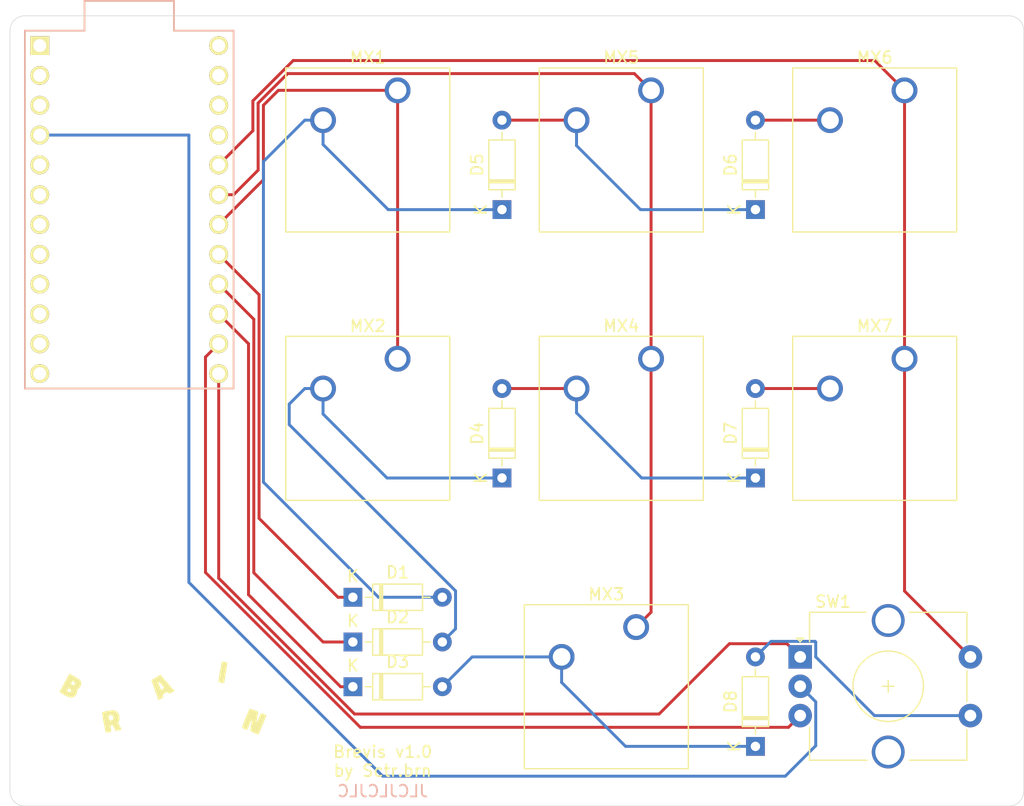
<source format=kicad_pcb>
(kicad_pcb (version 20171130) (host pcbnew "(5.1.8)-1")

  (general
    (thickness 1.6)
    (drawings 11)
    (tracks 90)
    (zones 0)
    (modules 18)
    (nets 33)
  )

  (page A4)
  (layers
    (0 F.Cu signal)
    (31 B.Cu signal)
    (32 B.Adhes user)
    (33 F.Adhes user)
    (34 B.Paste user)
    (35 F.Paste user)
    (36 B.SilkS user)
    (37 F.SilkS user)
    (38 B.Mask user)
    (39 F.Mask user)
    (40 Dwgs.User user)
    (41 Cmts.User user)
    (42 Eco1.User user)
    (43 Eco2.User user)
    (44 Edge.Cuts user)
    (45 Margin user)
    (46 B.CrtYd user)
    (47 F.CrtYd user)
    (48 B.Fab user)
    (49 F.Fab user)
  )

  (setup
    (last_trace_width 0.25)
    (trace_clearance 0.2)
    (zone_clearance 0.508)
    (zone_45_only no)
    (trace_min 0.2)
    (via_size 0.8)
    (via_drill 0.4)
    (via_min_size 0.4)
    (via_min_drill 0.3)
    (uvia_size 0.3)
    (uvia_drill 0.1)
    (uvias_allowed no)
    (uvia_min_size 0.2)
    (uvia_min_drill 0.1)
    (edge_width 0.05)
    (segment_width 0.2)
    (pcb_text_width 0.3)
    (pcb_text_size 1.5 1.5)
    (mod_edge_width 0.12)
    (mod_text_size 1 1)
    (mod_text_width 0.15)
    (pad_size 1.524 1.524)
    (pad_drill 0.762)
    (pad_to_mask_clearance 0)
    (aux_axis_origin 0 0)
    (visible_elements 7FFFFFFF)
    (pcbplotparams
      (layerselection 0x010fc_ffffffff)
      (usegerberextensions false)
      (usegerberattributes true)
      (usegerberadvancedattributes true)
      (creategerberjobfile true)
      (excludeedgelayer true)
      (linewidth 0.100000)
      (plotframeref false)
      (viasonmask false)
      (mode 1)
      (useauxorigin false)
      (hpglpennumber 1)
      (hpglpenspeed 20)
      (hpglpendiameter 15.000000)
      (psnegative false)
      (psa4output false)
      (plotreference true)
      (plotvalue true)
      (plotinvisibletext false)
      (padsonsilk false)
      (subtractmaskfromsilk false)
      (outputformat 1)
      (mirror false)
      (drillshape 0)
      (scaleselection 1)
      (outputdirectory "Kerber/"))
  )

  (net 0 "")
  (net 1 "Net-(D1-Pad2)")
  (net 2 Row3)
  (net 3 "Net-(D2-Pad2)")
  (net 4 Row1)
  (net 5 "Net-(D3-Pad2)")
  (net 6 Row2)
  (net 7 "Net-(D4-Pad2)")
  (net 8 "Net-(D5-Pad2)")
  (net 9 "Net-(D6-Pad2)")
  (net 10 Col1)
  (net 11 Col2)
  (net 12 ENCA)
  (net 13 ENCB)
  (net 14 "Net-(U1-Pad24)")
  (net 15 "Net-(U1-Pad23)")
  (net 16 "Net-(U1-Pad22)")
  (net 17 "Net-(U1-Pad21)")
  (net 18 "Net-(U1-Pad6)")
  (net 19 "Net-(U1-Pad5)")
  (net 20 "Net-(U1-Pad3)")
  (net 21 "Net-(U1-Pad2)")
  (net 22 "Net-(U1-Pad1)")
  (net 23 "Net-(U1-Pad12)")
  (net 24 "Net-(D7-Pad2)")
  (net 25 "Net-(D8-Pad2)")
  (net 26 Col3)
  (net 27 "Net-(U1-Pad11)")
  (net 28 "Net-(U1-Pad10)")
  (net 29 "Net-(U1-Pad9)")
  (net 30 "Net-(U1-Pad8)")
  (net 31 "Net-(U1-Pad7)")
  (net 32 "Net-(SW1-PadC)")

  (net_class Default "This is the default net class."
    (clearance 0.2)
    (trace_width 0.25)
    (via_dia 0.8)
    (via_drill 0.4)
    (uvia_dia 0.3)
    (uvia_drill 0.1)
    (add_net Col1)
    (add_net Col2)
    (add_net Col3)
    (add_net ENCA)
    (add_net ENCB)
    (add_net "Net-(D1-Pad2)")
    (add_net "Net-(D2-Pad2)")
    (add_net "Net-(D3-Pad2)")
    (add_net "Net-(D4-Pad2)")
    (add_net "Net-(D5-Pad2)")
    (add_net "Net-(D6-Pad2)")
    (add_net "Net-(D7-Pad2)")
    (add_net "Net-(D8-Pad2)")
    (add_net "Net-(SW1-PadC)")
    (add_net "Net-(U1-Pad1)")
    (add_net "Net-(U1-Pad10)")
    (add_net "Net-(U1-Pad11)")
    (add_net "Net-(U1-Pad12)")
    (add_net "Net-(U1-Pad2)")
    (add_net "Net-(U1-Pad21)")
    (add_net "Net-(U1-Pad22)")
    (add_net "Net-(U1-Pad23)")
    (add_net "Net-(U1-Pad24)")
    (add_net "Net-(U1-Pad3)")
    (add_net "Net-(U1-Pad5)")
    (add_net "Net-(U1-Pad6)")
    (add_net "Net-(U1-Pad7)")
    (add_net "Net-(U1-Pad8)")
    (add_net "Net-(U1-Pad9)")
    (add_net Row1)
    (add_net Row2)
    (add_net Row3)
  )

  (module Pictures:brn (layer F.Cu) (tedit 0) (tstamp 5FF8FD55)
    (at 110.49 128.27)
    (fp_text reference G*** (at -1.27 11.43) (layer F.SilkS) hide
      (effects (font (size 1.524 1.524) (thickness 0.3)))
    )
    (fp_text value LOGO (at 5.08 11.43) (layer F.SilkS) hide
      (effects (font (size 1.524 1.524) (thickness 0.3)))
    )
    (fp_poly (pts (xy 7.86541 -0.630799) (xy 8.004439 -0.588901) (xy 8.152837 -0.536617) (xy 8.287793 -0.481611)
      (xy 8.386493 -0.431547) (xy 8.40725 -0.417394) (xy 8.425613 -0.368867) (xy 8.422072 -0.262053)
      (xy 8.395971 -0.087459) (xy 8.377736 0.010372) (xy 8.333398 0.251799) (xy 8.310253 0.412134)
      (xy 8.308964 0.492421) (xy 8.330192 0.493707) (xy 8.3746 0.417039) (xy 8.44285 0.263463)
      (xy 8.480318 0.172498) (xy 8.555798 -0.005465) (xy 8.62413 -0.151912) (xy 8.677183 -0.250296)
      (xy 8.704568 -0.283912) (xy 8.774847 -0.279538) (xy 8.878538 -0.244976) (xy 8.989698 -0.192993)
      (xy 9.082381 -0.136354) (xy 9.130646 -0.087825) (xy 9.131769 -0.073708) (xy 9.110155 -0.019595)
      (xy 9.062325 0.100173) (xy 8.99346 0.272624) (xy 8.908741 0.484782) (xy 8.813348 0.723674)
      (xy 8.802271 0.751417) (xy 8.705351 0.988525) (xy 8.616277 1.195957) (xy 8.540516 1.361804)
      (xy 8.483539 1.474157) (xy 8.450814 1.521109) (xy 8.44847 1.521785) (xy 8.389112 1.505667)
      (xy 8.275327 1.465311) (xy 8.130795 1.409157) (xy 8.118254 1.404089) (xy 7.972833 1.341784)
      (xy 7.858026 1.2864) (xy 7.797179 1.249259) (xy 7.795469 1.247554) (xy 7.785716 1.188402)
      (xy 7.792824 1.060583) (xy 7.815627 0.878158) (xy 7.837413 0.742179) (xy 7.86847 0.551836)
      (xy 7.891455 0.3919) (xy 7.903891 0.280976) (xy 7.904355 0.239233) (xy 7.885149 0.260777)
      (xy 7.842211 0.347768) (xy 7.78181 0.486482) (xy 7.710213 0.663192) (xy 7.706833 0.671804)
      (xy 7.63272 0.854461) (xy 7.567162 1.004131) (xy 7.517239 1.105437) (xy 7.490031 1.142998)
      (xy 7.489936 1.143) (xy 7.41791 1.125572) (xy 7.31244 1.082423) (xy 7.20099 1.027254)
      (xy 7.111028 0.973767) (xy 7.070019 0.935664) (xy 7.069667 0.933344) (xy 7.085036 0.878372)
      (xy 7.127111 0.760456) (xy 7.189838 0.594667) (xy 7.267164 0.396075) (xy 7.353036 0.179751)
      (xy 7.441401 -0.039236) (xy 7.526207 -0.245815) (xy 7.601401 -0.424916) (xy 7.660929 -0.561468)
      (xy 7.69874 -0.640401) (xy 7.706714 -0.652773) (xy 7.758565 -0.654644) (xy 7.86541 -0.630799)) (layer F.SilkS) (width 0.01))
    (fp_poly (pts (xy -3.809104 -0.525572) (xy -3.737477 -0.501995) (xy -3.565729 -0.39438) (xy -3.443448 -0.230661)
      (xy -3.377001 -0.02761) (xy -3.372752 0.197999) (xy -3.410175 0.360307) (xy -3.476376 0.555295)
      (xy -3.325746 0.829332) (xy -3.24553 0.987302) (xy -3.213633 1.082959) (xy -3.227975 1.122076)
      (xy -3.316059 1.147259) (xy -3.436486 1.174887) (xy -3.560874 1.199387) (xy -3.66084 1.215184)
      (xy -3.708 1.216706) (xy -3.708366 1.216411) (xy -3.731577 1.173239) (xy -3.777906 1.07493)
      (xy -3.829215 0.960973) (xy -3.903103 0.813495) (xy -3.967624 0.738556) (xy -4.034979 0.72682)
      (xy -4.097532 0.755665) (xy -4.128528 0.799547) (xy -4.127281 0.885658) (xy -4.109151 0.977266)
      (xy -4.075375 1.137118) (xy -4.072125 1.23452) (xy -4.109819 1.289267) (xy -4.19888 1.321155)
      (xy -4.300662 1.341073) (xy -4.451008 1.362099) (xy -4.531932 1.356653) (xy -4.553009 1.337568)
      (xy -4.565432 1.283273) (xy -4.590817 1.159284) (xy -4.626492 0.979116) (xy -4.669785 0.756285)
      (xy -4.718023 0.504307) (xy -4.724218 0.471691) (xy -4.783304 0.148311) (xy -4.810537 -0.020614)
      (xy -4.302737 -0.020614) (xy -4.301097 -0.005071) (xy -4.279379 0.084159) (xy -4.254297 0.201083)
      (xy -4.205634 0.308046) (xy -4.116877 0.340969) (xy -3.986863 0.300247) (xy -3.97655 0.294844)
      (xy -3.913127 0.219095) (xy -3.891685 0.106579) (xy -3.91229 -0.006102) (xy -3.975009 -0.082347)
      (xy -3.975868 -0.082812) (xy -4.073286 -0.109154) (xy -4.179135 -0.103051) (xy -4.265068 -0.07128)
      (xy -4.302737 -0.020614) (xy -4.810537 -0.020614) (xy -4.822604 -0.095465) (xy -4.84246 -0.262272)
      (xy -4.843214 -0.354747) (xy -4.834307 -0.375866) (xy -4.77584 -0.394487) (xy -4.653368 -0.422835)
      (xy -4.486386 -0.456652) (xy -4.342656 -0.483222) (xy -4.136912 -0.518022) (xy -3.99327 -0.53625)
      (xy -3.890933 -0.538552) (xy -3.809104 -0.525572)) (layer F.SilkS) (width 0.01))
    (fp_poly (pts (xy 0.715275 -2.871787) (xy 1.314626 -2.185745) (xy 1.123104 -2.066539) (xy 0.998766 -1.99111)
      (xy 0.921839 -1.957537) (xy 0.867726 -1.963144) (xy 0.811828 -2.005257) (xy 0.785483 -2.029824)
      (xy 0.73251 -2.074686) (xy 0.685243 -2.086122) (xy 0.618516 -2.060385) (xy 0.507162 -1.993733)
      (xy 0.495919 -1.986737) (xy 0.381638 -1.910405) (xy 0.329259 -1.85623) (xy 0.325677 -1.807103)
      (xy 0.33758 -1.780029) (xy 0.371706 -1.700917) (xy 0.364227 -1.642256) (xy 0.303723 -1.585491)
      (xy 0.178773 -1.512066) (xy 0.169571 -1.507049) (xy -0.041859 -1.391974) (xy -0.082514 -1.489737)
      (xy -0.119365 -1.584733) (xy -0.174255 -1.734204) (xy -0.241951 -1.923077) (xy -0.317221 -2.136277)
      (xy -0.394831 -2.35873) (xy -0.46955 -2.575363) (xy -0.536145 -2.7711) (xy -0.583707 -2.913834)
      (xy -0.058374 -2.913834) (xy -0.035293 -2.806695) (xy 0.006533 -2.66991) (xy 0.058788 -2.5266)
      (xy 0.113155 -2.399886) (xy 0.161318 -2.312886) (xy 0.1905 -2.2874) (xy 0.251787 -2.31151)
      (xy 0.334052 -2.365709) (xy 0.435271 -2.443536) (xy 0.209652 -2.725084) (xy 0.09382 -2.86013)
      (xy 0.00454 -2.945148) (xy -0.048536 -2.971251) (xy -0.054393 -2.968208) (xy -0.058374 -2.913834)
      (xy -0.583707 -2.913834) (xy -0.589384 -2.930869) (xy -0.624033 -3.039596) (xy -0.635 -3.081372)
      (xy -0.600925 -3.123585) (xy -0.512457 -3.189338) (xy -0.41275 -3.250408) (xy -0.259883 -3.337668)
      (xy -0.109954 -3.424387) (xy -0.037288 -3.467029) (xy 0.115924 -3.557828) (xy 0.715275 -2.871787)) (layer F.SilkS) (width 0.01))
    (fp_poly (pts (xy -7.595679 -3.625037) (xy -7.49817 -3.579193) (xy -7.363483 -3.50783) (xy -7.208794 -3.420833)
      (xy -7.051282 -3.328088) (xy -6.908123 -3.239483) (xy -6.796494 -3.164904) (xy -6.733993 -3.114686)
      (xy -6.640203 -2.963564) (xy -6.626039 -2.791677) (xy -6.691171 -2.594247) (xy -6.697159 -2.582333)
      (xy -6.772868 -2.462088) (xy -6.854517 -2.373158) (xy -6.88975 -2.350045) (xy -6.956243 -2.299913)
      (xy -6.982602 -2.210083) (xy -6.985 -2.146859) (xy -7.020534 -1.934829) (xy -7.120262 -1.767608)
      (xy -7.273875 -1.655915) (xy -7.471061 -1.610466) (xy -7.501481 -1.609999) (xy -7.609199 -1.632266)
      (xy -7.771711 -1.69324) (xy -7.97229 -1.786314) (xy -8.053917 -1.82815) (xy -8.220408 -1.91928)
      (xy -8.354752 -1.999802) (xy -8.441614 -2.060065) (xy -8.466667 -2.087929) (xy -8.447531 -2.13299)
      (xy -8.408475 -2.211496) (xy -7.815675 -2.211496) (xy -7.784935 -2.155345) (xy -7.76093 -2.13571)
      (xy -7.643381 -2.080737) (xy -7.544484 -2.099541) (xy -7.494528 -2.156145) (xy -7.477037 -2.219669)
      (xy -7.513233 -2.277378) (xy -7.580143 -2.330097) (xy -7.66651 -2.385818) (xy -7.718151 -2.408269)
      (xy -7.722537 -2.407035) (xy -7.74977 -2.362055) (xy -7.786946 -2.293114) (xy -7.815675 -2.211496)
      (xy -8.408475 -2.211496) (xy -8.395036 -2.238507) (xy -8.316549 -2.390707) (xy -8.219437 -2.575819)
      (xy -8.111067 -2.78007) (xy -8.09606 -2.808093) (xy -7.488474 -2.808093) (xy -7.462329 -2.751996)
      (xy -7.430317 -2.725863) (xy -7.323019 -2.671831) (xy -7.23669 -2.691223) (xy -7.205133 -2.7178)
      (xy -7.157294 -2.813904) (xy -7.179888 -2.910896) (xy -7.236217 -2.961844) (xy -7.342321 -3.001566)
      (xy -7.412258 -2.974533) (xy -7.460483 -2.895196) (xy -7.488474 -2.808093) (xy -8.09606 -2.808093)
      (xy -7.998806 -2.989689) (xy -7.890022 -3.190902) (xy -7.792082 -3.369938) (xy -7.712353 -3.513025)
      (xy -7.658201 -3.606391) (xy -7.638832 -3.635473) (xy -7.595679 -3.625037)) (layer F.SilkS) (width 0.01))
    (fp_poly (pts (xy 5.489275 -4.671785) (xy 5.610883 -4.652499) (xy 5.726322 -4.630707) (xy 5.805912 -4.611358)
      (xy 5.823745 -4.603451) (xy 5.819856 -4.560584) (xy 5.803585 -4.446876) (xy 5.776899 -4.274927)
      (xy 5.741764 -4.057338) (xy 5.700148 -3.806711) (xy 5.689998 -3.7465) (xy 5.646593 -3.488388)
      (xy 5.608421 -3.258856) (xy 5.577615 -3.070936) (xy 5.556307 -2.937659) (xy 5.54663 -2.872058)
      (xy 5.546274 -2.868083) (xy 5.544353 -2.849992) (xy 5.526995 -2.84297) (xy 5.475475 -2.848237)
      (xy 5.371065 -2.867014) (xy 5.271428 -2.886001) (xy 5.149419 -2.910738) (xy 5.068491 -2.929917)
      (xy 5.050633 -2.936256) (xy 5.053824 -2.979262) (xy 5.069386 -3.090563) (xy 5.094773 -3.25511)
      (xy 5.127438 -3.457855) (xy 5.164833 -3.683751) (xy 5.204413 -3.917748) (xy 5.24363 -4.144801)
      (xy 5.279937 -4.349859) (xy 5.310788 -4.517877) (xy 5.333637 -4.633805) (xy 5.345935 -4.682596)
      (xy 5.346271 -4.683049) (xy 5.391178 -4.683618) (xy 5.489275 -4.671785)) (layer F.SilkS) (width 0.01))
  )

  (module Button_Switch_Keyboard:SW_Cherry_MX_1.00u_PCB (layer F.Cu) (tedit 5A02FE24) (tstamp 5FE21B55)
    (at 152.4 97.79)
    (descr "Cherry MX keyswitch, 1.00u, PCB mount, http://cherryamericas.com/wp-content/uploads/2014/12/mx_cat.pdf")
    (tags "Cherry MX keyswitch 1.00u PCB")
    (path /5FDF4509)
    (fp_text reference MX4 (at -2.54 -2.794) (layer F.SilkS)
      (effects (font (size 1 1) (thickness 0.15)))
    )
    (fp_text value MX-NoLED (at -2.54 12.954) (layer F.Fab)
      (effects (font (size 1 1) (thickness 0.15)))
    )
    (fp_line (start -8.89 -1.27) (end 3.81 -1.27) (layer F.Fab) (width 0.1))
    (fp_line (start 3.81 -1.27) (end 3.81 11.43) (layer F.Fab) (width 0.1))
    (fp_line (start 3.81 11.43) (end -8.89 11.43) (layer F.Fab) (width 0.1))
    (fp_line (start -8.89 11.43) (end -8.89 -1.27) (layer F.Fab) (width 0.1))
    (fp_line (start -9.14 11.68) (end -9.14 -1.52) (layer F.CrtYd) (width 0.05))
    (fp_line (start 4.06 11.68) (end -9.14 11.68) (layer F.CrtYd) (width 0.05))
    (fp_line (start 4.06 -1.52) (end 4.06 11.68) (layer F.CrtYd) (width 0.05))
    (fp_line (start -9.14 -1.52) (end 4.06 -1.52) (layer F.CrtYd) (width 0.05))
    (fp_line (start -12.065 -4.445) (end 6.985 -4.445) (layer Dwgs.User) (width 0.15))
    (fp_line (start 6.985 -4.445) (end 6.985 14.605) (layer Dwgs.User) (width 0.15))
    (fp_line (start 6.985 14.605) (end -12.065 14.605) (layer Dwgs.User) (width 0.15))
    (fp_line (start -12.065 14.605) (end -12.065 -4.445) (layer Dwgs.User) (width 0.15))
    (fp_line (start -9.525 -1.905) (end 4.445 -1.905) (layer F.SilkS) (width 0.12))
    (fp_line (start 4.445 -1.905) (end 4.445 12.065) (layer F.SilkS) (width 0.12))
    (fp_line (start 4.445 12.065) (end -9.525 12.065) (layer F.SilkS) (width 0.12))
    (fp_line (start -9.525 12.065) (end -9.525 -1.905) (layer F.SilkS) (width 0.12))
    (fp_text user %R (at -2.54 -2.794) (layer F.Fab)
      (effects (font (size 1 1) (thickness 0.15)))
    )
    (pad "" np_thru_hole circle (at 2.54 5.08) (size 1.7 1.7) (drill 1.7) (layers *.Cu *.Mask))
    (pad "" np_thru_hole circle (at -7.62 5.08) (size 1.7 1.7) (drill 1.7) (layers *.Cu *.Mask))
    (pad "" np_thru_hole circle (at -2.54 5.08) (size 4 4) (drill 4) (layers *.Cu *.Mask))
    (pad 2 thru_hole circle (at -6.35 2.54) (size 2.2 2.2) (drill 1.5) (layers *.Cu *.Mask)
      (net 7 "Net-(D4-Pad2)"))
    (pad 1 thru_hole circle (at 0 0) (size 2.2 2.2) (drill 1.5) (layers *.Cu *.Mask)
      (net 11 Col2))
    (model ${KISYS3DMOD}/Button_Switch_Keyboard.3dshapes/SW_Cherry_MX_1.00u_PCB.wrl
      (at (xyz 0 0 0))
      (scale (xyz 1 1 1))
      (rotate (xyz 0 0 0))
    )
  )

  (module Button_Switch_Keyboard:SW_Cherry_MX_1.00u_PCB (layer F.Cu) (tedit 5A02FE24) (tstamp 5FE21B87)
    (at 152.4 74.93)
    (descr "Cherry MX keyswitch, 1.00u, PCB mount, http://cherryamericas.com/wp-content/uploads/2014/12/mx_cat.pdf")
    (tags "Cherry MX keyswitch 1.00u PCB")
    (path /5FDF62C8)
    (fp_text reference MX5 (at -2.54 -2.794) (layer F.SilkS)
      (effects (font (size 1 1) (thickness 0.15)))
    )
    (fp_text value MX-NoLED (at -2.54 12.954) (layer F.Fab)
      (effects (font (size 1 1) (thickness 0.15)))
    )
    (fp_line (start -8.89 -1.27) (end 3.81 -1.27) (layer F.Fab) (width 0.1))
    (fp_line (start 3.81 -1.27) (end 3.81 11.43) (layer F.Fab) (width 0.1))
    (fp_line (start 3.81 11.43) (end -8.89 11.43) (layer F.Fab) (width 0.1))
    (fp_line (start -8.89 11.43) (end -8.89 -1.27) (layer F.Fab) (width 0.1))
    (fp_line (start -9.14 11.68) (end -9.14 -1.52) (layer F.CrtYd) (width 0.05))
    (fp_line (start 4.06 11.68) (end -9.14 11.68) (layer F.CrtYd) (width 0.05))
    (fp_line (start 4.06 -1.52) (end 4.06 11.68) (layer F.CrtYd) (width 0.05))
    (fp_line (start -9.14 -1.52) (end 4.06 -1.52) (layer F.CrtYd) (width 0.05))
    (fp_line (start -12.065 -4.445) (end 6.985 -4.445) (layer Dwgs.User) (width 0.15))
    (fp_line (start 6.985 -4.445) (end 6.985 14.605) (layer Dwgs.User) (width 0.15))
    (fp_line (start 6.985 14.605) (end -12.065 14.605) (layer Dwgs.User) (width 0.15))
    (fp_line (start -12.065 14.605) (end -12.065 -4.445) (layer Dwgs.User) (width 0.15))
    (fp_line (start -9.525 -1.905) (end 4.445 -1.905) (layer F.SilkS) (width 0.12))
    (fp_line (start 4.445 -1.905) (end 4.445 12.065) (layer F.SilkS) (width 0.12))
    (fp_line (start 4.445 12.065) (end -9.525 12.065) (layer F.SilkS) (width 0.12))
    (fp_line (start -9.525 12.065) (end -9.525 -1.905) (layer F.SilkS) (width 0.12))
    (fp_text user %R (at -2.54 -2.794) (layer F.Fab)
      (effects (font (size 1 1) (thickness 0.15)))
    )
    (pad "" np_thru_hole circle (at 2.54 5.08) (size 1.7 1.7) (drill 1.7) (layers *.Cu *.Mask))
    (pad "" np_thru_hole circle (at -7.62 5.08) (size 1.7 1.7) (drill 1.7) (layers *.Cu *.Mask))
    (pad "" np_thru_hole circle (at -2.54 5.08) (size 4 4) (drill 4) (layers *.Cu *.Mask))
    (pad 2 thru_hole circle (at -6.35 2.54) (size 2.2 2.2) (drill 1.5) (layers *.Cu *.Mask)
      (net 8 "Net-(D5-Pad2)"))
    (pad 1 thru_hole circle (at 0 0) (size 2.2 2.2) (drill 1.5) (layers *.Cu *.Mask)
      (net 11 Col2))
    (model ${KISYS3DMOD}/Button_Switch_Keyboard.3dshapes/SW_Cherry_MX_1.00u_PCB.wrl
      (at (xyz 0 0 0))
      (scale (xyz 1 1 1))
      (rotate (xyz 0 0 0))
    )
  )

  (module Button_Switch_Keyboard:SW_Cherry_MX_1.00u_PCB (layer F.Cu) (tedit 5A02FE24) (tstamp 5FE21B6D)
    (at 151.13 120.65)
    (descr "Cherry MX keyswitch, 1.00u, PCB mount, http://cherryamericas.com/wp-content/uploads/2014/12/mx_cat.pdf")
    (tags "Cherry MX keyswitch 1.00u PCB")
    (path /5FE1ABE5)
    (fp_text reference MX3 (at -2.54 -2.794) (layer F.SilkS)
      (effects (font (size 1 1) (thickness 0.15)))
    )
    (fp_text value MX-NoLED (at -2.54 12.954) (layer F.Fab)
      (effects (font (size 1 1) (thickness 0.15)))
    )
    (fp_line (start -9.525 12.065) (end -9.525 -1.905) (layer F.SilkS) (width 0.12))
    (fp_line (start 4.445 12.065) (end -9.525 12.065) (layer F.SilkS) (width 0.12))
    (fp_line (start 4.445 -1.905) (end 4.445 12.065) (layer F.SilkS) (width 0.12))
    (fp_line (start -9.525 -1.905) (end 4.445 -1.905) (layer F.SilkS) (width 0.12))
    (fp_line (start -12.065 14.605) (end -12.065 -4.445) (layer Dwgs.User) (width 0.15))
    (fp_line (start 6.985 14.605) (end -12.065 14.605) (layer Dwgs.User) (width 0.15))
    (fp_line (start 6.985 -4.445) (end 6.985 14.605) (layer Dwgs.User) (width 0.15))
    (fp_line (start -12.065 -4.445) (end 6.985 -4.445) (layer Dwgs.User) (width 0.15))
    (fp_line (start -9.14 -1.52) (end 4.06 -1.52) (layer F.CrtYd) (width 0.05))
    (fp_line (start 4.06 -1.52) (end 4.06 11.68) (layer F.CrtYd) (width 0.05))
    (fp_line (start 4.06 11.68) (end -9.14 11.68) (layer F.CrtYd) (width 0.05))
    (fp_line (start -9.14 11.68) (end -9.14 -1.52) (layer F.CrtYd) (width 0.05))
    (fp_line (start -8.89 11.43) (end -8.89 -1.27) (layer F.Fab) (width 0.1))
    (fp_line (start 3.81 11.43) (end -8.89 11.43) (layer F.Fab) (width 0.1))
    (fp_line (start 3.81 -1.27) (end 3.81 11.43) (layer F.Fab) (width 0.1))
    (fp_line (start -8.89 -1.27) (end 3.81 -1.27) (layer F.Fab) (width 0.1))
    (fp_text user %R (at -2.54 -2.794) (layer F.Fab)
      (effects (font (size 1 1) (thickness 0.15)))
    )
    (pad "" np_thru_hole circle (at 2.54 5.08) (size 1.7 1.7) (drill 1.7) (layers *.Cu *.Mask))
    (pad "" np_thru_hole circle (at -7.62 5.08) (size 1.7 1.7) (drill 1.7) (layers *.Cu *.Mask))
    (pad "" np_thru_hole circle (at -2.54 5.08) (size 4 4) (drill 4) (layers *.Cu *.Mask))
    (pad 2 thru_hole circle (at -6.35 2.54) (size 2.2 2.2) (drill 1.5) (layers *.Cu *.Mask)
      (net 5 "Net-(D3-Pad2)"))
    (pad 1 thru_hole circle (at 0 0) (size 2.2 2.2) (drill 1.5) (layers *.Cu *.Mask)
      (net 11 Col2))
    (model ${KISYS3DMOD}/Button_Switch_Keyboard.3dshapes/SW_Cherry_MX_1.00u_PCB.wrl
      (at (xyz 0 0 0))
      (scale (xyz 1 1 1))
      (rotate (xyz 0 0 0))
    )
  )

  (module Rotary_Encoder:RotaryEncoder_Alps_EC12E-Switch_Vertical_H20mm_CircularMountingHoles (layer F.Cu) (tedit 5A64F967) (tstamp 5FE21BAE)
    (at 165.1 123.19)
    (descr "Alps rotary encoder, EC12E... with switch, vertical shaft, mounting holes with circular drills, http://www.alps.com/prod/info/E/HTML/Encoder/Incremental/EC12E/EC12E1240405.html & http://cdn-reichelt.de/documents/datenblatt/F100/402097STEC12E08.PDF")
    (tags "rotary encoder")
    (path /5FE476E4)
    (fp_text reference SW1 (at 2.8 -4.7) (layer F.SilkS)
      (effects (font (size 1 1) (thickness 0.15)))
    )
    (fp_text value Rotary_Encoder_Switch (at 7.5 10.4) (layer F.Fab)
      (effects (font (size 1 1) (thickness 0.15)))
    )
    (fp_circle (center 7.5 2.5) (end 10.5 2.5) (layer F.Fab) (width 0.12))
    (fp_circle (center 7.5 2.5) (end 10.5 2.5) (layer F.SilkS) (width 0.12))
    (fp_line (start 16 10) (end -1.5 10) (layer F.CrtYd) (width 0.05))
    (fp_line (start 16 10) (end 16 -5) (layer F.CrtYd) (width 0.05))
    (fp_line (start -1.5 -5) (end -1.5 10) (layer F.CrtYd) (width 0.05))
    (fp_line (start -1.5 -5) (end 16 -5) (layer F.CrtYd) (width 0.05))
    (fp_line (start 1.9 -3.7) (end 14.1 -3.7) (layer F.Fab) (width 0.12))
    (fp_line (start 14.1 -3.7) (end 14.1 8.7) (layer F.Fab) (width 0.12))
    (fp_line (start 14.1 8.7) (end 0.9 8.7) (layer F.Fab) (width 0.12))
    (fp_line (start 0.9 8.7) (end 0.9 -2.6) (layer F.Fab) (width 0.12))
    (fp_line (start 0.9 -2.6) (end 1.9 -3.7) (layer F.Fab) (width 0.12))
    (fp_line (start 9.3 -3.8) (end 14.2 -3.8) (layer F.SilkS) (width 0.12))
    (fp_line (start 14.2 8.8) (end 9.3 8.8) (layer F.SilkS) (width 0.12))
    (fp_line (start 5.7 8.8) (end 0.8 8.8) (layer F.SilkS) (width 0.12))
    (fp_line (start 0.8 8.8) (end 0.8 6) (layer F.SilkS) (width 0.12))
    (fp_line (start 5.6 -3.8) (end 0.8 -3.8) (layer F.SilkS) (width 0.12))
    (fp_line (start 0.8 -3.8) (end 0.8 -1.3) (layer F.SilkS) (width 0.12))
    (fp_line (start 0 -1.3) (end -0.3 -1.6) (layer F.SilkS) (width 0.12))
    (fp_line (start -0.3 -1.6) (end 0.3 -1.6) (layer F.SilkS) (width 0.12))
    (fp_line (start 0.3 -1.6) (end 0 -1.3) (layer F.SilkS) (width 0.12))
    (fp_line (start 7.5 -0.5) (end 7.5 5.5) (layer F.Fab) (width 0.12))
    (fp_line (start 4.5 2.5) (end 10.5 2.5) (layer F.Fab) (width 0.12))
    (fp_line (start 14.2 -3.8) (end 14.2 -1.2) (layer F.SilkS) (width 0.12))
    (fp_line (start 14.2 1.2) (end 14.2 3.8) (layer F.SilkS) (width 0.12))
    (fp_line (start 14.2 6.2) (end 14.2 8.8) (layer F.SilkS) (width 0.12))
    (fp_line (start 7.5 2) (end 7.5 3) (layer F.SilkS) (width 0.12))
    (fp_line (start 7 2.5) (end 8 2.5) (layer F.SilkS) (width 0.12))
    (fp_text user %R (at 11.5 6.6) (layer F.Fab)
      (effects (font (size 1 1) (thickness 0.15)))
    )
    (pad S2 thru_hole circle (at 14.5 5) (size 2 2) (drill 1) (layers *.Cu *.Mask)
      (net 25 "Net-(D8-Pad2)"))
    (pad S1 thru_hole circle (at 14.5 0) (size 2 2) (drill 1) (layers *.Cu *.Mask)
      (net 26 Col3))
    (pad MP thru_hole circle (at 7.5 8.1) (size 2.8 2.8) (drill 2.2) (layers *.Cu *.Mask))
    (pad MP thru_hole circle (at 7.5 -3.1) (size 2.8 2.8) (drill 2.2) (layers *.Cu *.Mask))
    (pad B thru_hole circle (at 0 5) (size 2 2) (drill 1) (layers *.Cu *.Mask)
      (net 13 ENCB))
    (pad C thru_hole circle (at 0 2.5) (size 2 2) (drill 1) (layers *.Cu *.Mask)
      (net 32 "Net-(SW1-PadC)"))
    (pad A thru_hole rect (at 0 0) (size 2 2) (drill 1) (layers *.Cu *.Mask)
      (net 12 ENCA))
    (model ${KISYS3DMOD}/Rotary_Encoder.3dshapes/RotaryEncoder_Alps_EC12E-Switch_Vertical_H20mm_CircularMountingHoles.wrl
      (at (xyz 0 0 0))
      (scale (xyz 1 1 1))
      (rotate (xyz 0 0 0))
    )
  )

  (module Button_Switch_Keyboard:SW_Cherry_MX_1.00u_PCB (layer F.Cu) (tedit 5A02FE24) (tstamp 5FE21B3B)
    (at 130.81 97.79)
    (descr "Cherry MX keyswitch, 1.00u, PCB mount, http://cherryamericas.com/wp-content/uploads/2014/12/mx_cat.pdf")
    (tags "Cherry MX keyswitch 1.00u PCB")
    (path /5FDF3D45)
    (fp_text reference MX2 (at -2.54 -2.794) (layer F.SilkS)
      (effects (font (size 1 1) (thickness 0.15)))
    )
    (fp_text value MX-NoLED (at -2.54 12.954) (layer F.Fab)
      (effects (font (size 1 1) (thickness 0.15)))
    )
    (fp_line (start -8.89 -1.27) (end 3.81 -1.27) (layer F.Fab) (width 0.1))
    (fp_line (start 3.81 -1.27) (end 3.81 11.43) (layer F.Fab) (width 0.1))
    (fp_line (start 3.81 11.43) (end -8.89 11.43) (layer F.Fab) (width 0.1))
    (fp_line (start -8.89 11.43) (end -8.89 -1.27) (layer F.Fab) (width 0.1))
    (fp_line (start -9.14 11.68) (end -9.14 -1.52) (layer F.CrtYd) (width 0.05))
    (fp_line (start 4.06 11.68) (end -9.14 11.68) (layer F.CrtYd) (width 0.05))
    (fp_line (start 4.06 -1.52) (end 4.06 11.68) (layer F.CrtYd) (width 0.05))
    (fp_line (start -9.14 -1.52) (end 4.06 -1.52) (layer F.CrtYd) (width 0.05))
    (fp_line (start -12.065 -4.445) (end 6.985 -4.445) (layer Dwgs.User) (width 0.15))
    (fp_line (start 6.985 -4.445) (end 6.985 14.605) (layer Dwgs.User) (width 0.15))
    (fp_line (start 6.985 14.605) (end -12.065 14.605) (layer Dwgs.User) (width 0.15))
    (fp_line (start -12.065 14.605) (end -12.065 -4.445) (layer Dwgs.User) (width 0.15))
    (fp_line (start -9.525 -1.905) (end 4.445 -1.905) (layer F.SilkS) (width 0.12))
    (fp_line (start 4.445 -1.905) (end 4.445 12.065) (layer F.SilkS) (width 0.12))
    (fp_line (start 4.445 12.065) (end -9.525 12.065) (layer F.SilkS) (width 0.12))
    (fp_line (start -9.525 12.065) (end -9.525 -1.905) (layer F.SilkS) (width 0.12))
    (fp_text user %R (at -2.54 -2.794) (layer F.Fab)
      (effects (font (size 1 1) (thickness 0.15)))
    )
    (pad "" np_thru_hole circle (at 2.54 5.08) (size 1.7 1.7) (drill 1.7) (layers *.Cu *.Mask))
    (pad "" np_thru_hole circle (at -7.62 5.08) (size 1.7 1.7) (drill 1.7) (layers *.Cu *.Mask))
    (pad "" np_thru_hole circle (at -2.54 5.08) (size 4 4) (drill 4) (layers *.Cu *.Mask))
    (pad 2 thru_hole circle (at -6.35 2.54) (size 2.2 2.2) (drill 1.5) (layers *.Cu *.Mask)
      (net 3 "Net-(D2-Pad2)"))
    (pad 1 thru_hole circle (at 0 0) (size 2.2 2.2) (drill 1.5) (layers *.Cu *.Mask)
      (net 10 Col1))
    (model ${KISYS3DMOD}/Button_Switch_Keyboard.3dshapes/SW_Cherry_MX_1.00u_PCB.wrl
      (at (xyz 0 0 0))
      (scale (xyz 1 1 1))
      (rotate (xyz 0 0 0))
    )
  )

  (module Button_Switch_Keyboard:SW_Cherry_MX_1.00u_PCB (layer F.Cu) (tedit 5A02FE24) (tstamp 5FE25D05)
    (at 173.99 97.79)
    (descr "Cherry MX keyswitch, 1.00u, PCB mount, http://cherryamericas.com/wp-content/uploads/2014/12/mx_cat.pdf")
    (tags "Cherry MX keyswitch 1.00u PCB")
    (path /5FEA6FA2)
    (fp_text reference MX7 (at -2.54 -2.794) (layer F.SilkS)
      (effects (font (size 1 1) (thickness 0.15)))
    )
    (fp_text value MX-NoLED (at -2.54 12.954) (layer F.Fab)
      (effects (font (size 1 1) (thickness 0.15)))
    )
    (fp_line (start -9.525 12.065) (end -9.525 -1.905) (layer F.SilkS) (width 0.12))
    (fp_line (start 4.445 12.065) (end -9.525 12.065) (layer F.SilkS) (width 0.12))
    (fp_line (start 4.445 -1.905) (end 4.445 12.065) (layer F.SilkS) (width 0.12))
    (fp_line (start -9.525 -1.905) (end 4.445 -1.905) (layer F.SilkS) (width 0.12))
    (fp_line (start -12.065 14.605) (end -12.065 -4.445) (layer Dwgs.User) (width 0.15))
    (fp_line (start 6.985 14.605) (end -12.065 14.605) (layer Dwgs.User) (width 0.15))
    (fp_line (start 6.985 -4.445) (end 6.985 14.605) (layer Dwgs.User) (width 0.15))
    (fp_line (start -12.065 -4.445) (end 6.985 -4.445) (layer Dwgs.User) (width 0.15))
    (fp_line (start -9.14 -1.52) (end 4.06 -1.52) (layer F.CrtYd) (width 0.05))
    (fp_line (start 4.06 -1.52) (end 4.06 11.68) (layer F.CrtYd) (width 0.05))
    (fp_line (start 4.06 11.68) (end -9.14 11.68) (layer F.CrtYd) (width 0.05))
    (fp_line (start -9.14 11.68) (end -9.14 -1.52) (layer F.CrtYd) (width 0.05))
    (fp_line (start -8.89 11.43) (end -8.89 -1.27) (layer F.Fab) (width 0.1))
    (fp_line (start 3.81 11.43) (end -8.89 11.43) (layer F.Fab) (width 0.1))
    (fp_line (start 3.81 -1.27) (end 3.81 11.43) (layer F.Fab) (width 0.1))
    (fp_line (start -8.89 -1.27) (end 3.81 -1.27) (layer F.Fab) (width 0.1))
    (fp_text user %R (at -2.54 -2.794) (layer F.Fab)
      (effects (font (size 1 1) (thickness 0.15)))
    )
    (pad "" np_thru_hole circle (at 2.54 5.08) (size 1.7 1.7) (drill 1.7) (layers *.Cu *.Mask))
    (pad "" np_thru_hole circle (at -7.62 5.08) (size 1.7 1.7) (drill 1.7) (layers *.Cu *.Mask))
    (pad "" np_thru_hole circle (at -2.54 5.08) (size 4 4) (drill 4) (layers *.Cu *.Mask))
    (pad 2 thru_hole circle (at -6.35 2.54) (size 2.2 2.2) (drill 1.5) (layers *.Cu *.Mask)
      (net 24 "Net-(D7-Pad2)"))
    (pad 1 thru_hole circle (at 0 0) (size 2.2 2.2) (drill 1.5) (layers *.Cu *.Mask)
      (net 26 Col3))
    (model ${KISYS3DMOD}/Button_Switch_Keyboard.3dshapes/SW_Cherry_MX_1.00u_PCB.wrl
      (at (xyz 0 0 0))
      (scale (xyz 1 1 1))
      (rotate (xyz 0 0 0))
    )
  )

  (module Button_Switch_Keyboard:SW_Cherry_MX_1.00u_PCB (layer F.Cu) (tedit 5A02FE24) (tstamp 5FE25CEB)
    (at 173.99 74.93)
    (descr "Cherry MX keyswitch, 1.00u, PCB mount, http://cherryamericas.com/wp-content/uploads/2014/12/mx_cat.pdf")
    (tags "Cherry MX keyswitch 1.00u PCB")
    (path /5FEA6B7B)
    (fp_text reference MX6 (at -2.54 -2.794) (layer F.SilkS)
      (effects (font (size 1 1) (thickness 0.15)))
    )
    (fp_text value MX-NoLED (at -2.54 12.954) (layer F.Fab)
      (effects (font (size 1 1) (thickness 0.15)))
    )
    (fp_line (start -9.525 12.065) (end -9.525 -1.905) (layer F.SilkS) (width 0.12))
    (fp_line (start 4.445 12.065) (end -9.525 12.065) (layer F.SilkS) (width 0.12))
    (fp_line (start 4.445 -1.905) (end 4.445 12.065) (layer F.SilkS) (width 0.12))
    (fp_line (start -9.525 -1.905) (end 4.445 -1.905) (layer F.SilkS) (width 0.12))
    (fp_line (start -12.065 14.605) (end -12.065 -4.445) (layer Dwgs.User) (width 0.15))
    (fp_line (start 6.985 14.605) (end -12.065 14.605) (layer Dwgs.User) (width 0.15))
    (fp_line (start 6.985 -4.445) (end 6.985 14.605) (layer Dwgs.User) (width 0.15))
    (fp_line (start -12.065 -4.445) (end 6.985 -4.445) (layer Dwgs.User) (width 0.15))
    (fp_line (start -9.14 -1.52) (end 4.06 -1.52) (layer F.CrtYd) (width 0.05))
    (fp_line (start 4.06 -1.52) (end 4.06 11.68) (layer F.CrtYd) (width 0.05))
    (fp_line (start 4.06 11.68) (end -9.14 11.68) (layer F.CrtYd) (width 0.05))
    (fp_line (start -9.14 11.68) (end -9.14 -1.52) (layer F.CrtYd) (width 0.05))
    (fp_line (start -8.89 11.43) (end -8.89 -1.27) (layer F.Fab) (width 0.1))
    (fp_line (start 3.81 11.43) (end -8.89 11.43) (layer F.Fab) (width 0.1))
    (fp_line (start 3.81 -1.27) (end 3.81 11.43) (layer F.Fab) (width 0.1))
    (fp_line (start -8.89 -1.27) (end 3.81 -1.27) (layer F.Fab) (width 0.1))
    (fp_text user %R (at -2.54 -2.794) (layer F.Fab)
      (effects (font (size 1 1) (thickness 0.15)))
    )
    (pad "" np_thru_hole circle (at 2.54 5.08) (size 1.7 1.7) (drill 1.7) (layers *.Cu *.Mask))
    (pad "" np_thru_hole circle (at -7.62 5.08) (size 1.7 1.7) (drill 1.7) (layers *.Cu *.Mask))
    (pad "" np_thru_hole circle (at -2.54 5.08) (size 4 4) (drill 4) (layers *.Cu *.Mask))
    (pad 2 thru_hole circle (at -6.35 2.54) (size 2.2 2.2) (drill 1.5) (layers *.Cu *.Mask)
      (net 9 "Net-(D6-Pad2)"))
    (pad 1 thru_hole circle (at 0 0) (size 2.2 2.2) (drill 1.5) (layers *.Cu *.Mask)
      (net 26 Col3))
    (model ${KISYS3DMOD}/Button_Switch_Keyboard.3dshapes/SW_Cherry_MX_1.00u_PCB.wrl
      (at (xyz 0 0 0))
      (scale (xyz 1 1 1))
      (rotate (xyz 0 0 0))
    )
  )

  (module Diode_THT:D_DO-35_SOD27_P7.62mm_Horizontal (layer F.Cu) (tedit 5AE50CD5) (tstamp 5FE25BED)
    (at 161.29 107.95 90)
    (descr "Diode, DO-35_SOD27 series, Axial, Horizontal, pin pitch=7.62mm, , length*diameter=4*2mm^2, , http://www.diodes.com/_files/packages/DO-35.pdf")
    (tags "Diode DO-35_SOD27 series Axial Horizontal pin pitch 7.62mm  length 4mm diameter 2mm")
    (path /5FEAFAA9)
    (fp_text reference D7 (at 3.81 -2.12 90) (layer F.SilkS)
      (effects (font (size 1 1) (thickness 0.15)))
    )
    (fp_text value 1N4148 (at 3.81 2.12 90) (layer F.Fab)
      (effects (font (size 1 1) (thickness 0.15)))
    )
    (fp_line (start 8.67 -1.25) (end -1.05 -1.25) (layer F.CrtYd) (width 0.05))
    (fp_line (start 8.67 1.25) (end 8.67 -1.25) (layer F.CrtYd) (width 0.05))
    (fp_line (start -1.05 1.25) (end 8.67 1.25) (layer F.CrtYd) (width 0.05))
    (fp_line (start -1.05 -1.25) (end -1.05 1.25) (layer F.CrtYd) (width 0.05))
    (fp_line (start 2.29 -1.12) (end 2.29 1.12) (layer F.SilkS) (width 0.12))
    (fp_line (start 2.53 -1.12) (end 2.53 1.12) (layer F.SilkS) (width 0.12))
    (fp_line (start 2.41 -1.12) (end 2.41 1.12) (layer F.SilkS) (width 0.12))
    (fp_line (start 6.58 0) (end 5.93 0) (layer F.SilkS) (width 0.12))
    (fp_line (start 1.04 0) (end 1.69 0) (layer F.SilkS) (width 0.12))
    (fp_line (start 5.93 -1.12) (end 1.69 -1.12) (layer F.SilkS) (width 0.12))
    (fp_line (start 5.93 1.12) (end 5.93 -1.12) (layer F.SilkS) (width 0.12))
    (fp_line (start 1.69 1.12) (end 5.93 1.12) (layer F.SilkS) (width 0.12))
    (fp_line (start 1.69 -1.12) (end 1.69 1.12) (layer F.SilkS) (width 0.12))
    (fp_line (start 2.31 -1) (end 2.31 1) (layer F.Fab) (width 0.1))
    (fp_line (start 2.51 -1) (end 2.51 1) (layer F.Fab) (width 0.1))
    (fp_line (start 2.41 -1) (end 2.41 1) (layer F.Fab) (width 0.1))
    (fp_line (start 7.62 0) (end 5.81 0) (layer F.Fab) (width 0.1))
    (fp_line (start 0 0) (end 1.81 0) (layer F.Fab) (width 0.1))
    (fp_line (start 5.81 -1) (end 1.81 -1) (layer F.Fab) (width 0.1))
    (fp_line (start 5.81 1) (end 5.81 -1) (layer F.Fab) (width 0.1))
    (fp_line (start 1.81 1) (end 5.81 1) (layer F.Fab) (width 0.1))
    (fp_line (start 1.81 -1) (end 1.81 1) (layer F.Fab) (width 0.1))
    (fp_text user K (at 0 -1.8 90) (layer F.SilkS)
      (effects (font (size 1 1) (thickness 0.15)))
    )
    (fp_text user K (at 0 -1.8 90) (layer F.Fab)
      (effects (font (size 1 1) (thickness 0.15)))
    )
    (fp_text user %R (at 4.11 0 90) (layer F.Fab)
      (effects (font (size 0.8 0.8) (thickness 0.12)))
    )
    (pad 2 thru_hole oval (at 7.62 0 90) (size 1.6 1.6) (drill 0.8) (layers *.Cu *.Mask)
      (net 24 "Net-(D7-Pad2)"))
    (pad 1 thru_hole rect (at 0 0 90) (size 1.6 1.6) (drill 0.8) (layers *.Cu *.Mask)
      (net 7 "Net-(D4-Pad2)"))
    (model ${KISYS3DMOD}/Diode_THT.3dshapes/D_DO-35_SOD27_P7.62mm_Horizontal.wrl
      (at (xyz 0 0 0))
      (scale (xyz 1 1 1))
      (rotate (xyz 0 0 0))
    )
  )

  (module Diode_THT:D_DO-35_SOD27_P7.62mm_Horizontal (layer F.Cu) (tedit 5AE50CD5) (tstamp 5FE25BCE)
    (at 161.29 85.09 90)
    (descr "Diode, DO-35_SOD27 series, Axial, Horizontal, pin pitch=7.62mm, , length*diameter=4*2mm^2, , http://www.diodes.com/_files/packages/DO-35.pdf")
    (tags "Diode DO-35_SOD27 series Axial Horizontal pin pitch 7.62mm  length 4mm diameter 2mm")
    (path /5FEB0690)
    (fp_text reference D6 (at 3.81 -2.12 90) (layer F.SilkS)
      (effects (font (size 1 1) (thickness 0.15)))
    )
    (fp_text value 1N4148 (at 3.81 2.12 90) (layer F.Fab)
      (effects (font (size 1 1) (thickness 0.15)))
    )
    (fp_line (start 8.67 -1.25) (end -1.05 -1.25) (layer F.CrtYd) (width 0.05))
    (fp_line (start 8.67 1.25) (end 8.67 -1.25) (layer F.CrtYd) (width 0.05))
    (fp_line (start -1.05 1.25) (end 8.67 1.25) (layer F.CrtYd) (width 0.05))
    (fp_line (start -1.05 -1.25) (end -1.05 1.25) (layer F.CrtYd) (width 0.05))
    (fp_line (start 2.29 -1.12) (end 2.29 1.12) (layer F.SilkS) (width 0.12))
    (fp_line (start 2.53 -1.12) (end 2.53 1.12) (layer F.SilkS) (width 0.12))
    (fp_line (start 2.41 -1.12) (end 2.41 1.12) (layer F.SilkS) (width 0.12))
    (fp_line (start 6.58 0) (end 5.93 0) (layer F.SilkS) (width 0.12))
    (fp_line (start 1.04 0) (end 1.69 0) (layer F.SilkS) (width 0.12))
    (fp_line (start 5.93 -1.12) (end 1.69 -1.12) (layer F.SilkS) (width 0.12))
    (fp_line (start 5.93 1.12) (end 5.93 -1.12) (layer F.SilkS) (width 0.12))
    (fp_line (start 1.69 1.12) (end 5.93 1.12) (layer F.SilkS) (width 0.12))
    (fp_line (start 1.69 -1.12) (end 1.69 1.12) (layer F.SilkS) (width 0.12))
    (fp_line (start 2.31 -1) (end 2.31 1) (layer F.Fab) (width 0.1))
    (fp_line (start 2.51 -1) (end 2.51 1) (layer F.Fab) (width 0.1))
    (fp_line (start 2.41 -1) (end 2.41 1) (layer F.Fab) (width 0.1))
    (fp_line (start 7.62 0) (end 5.81 0) (layer F.Fab) (width 0.1))
    (fp_line (start 0 0) (end 1.81 0) (layer F.Fab) (width 0.1))
    (fp_line (start 5.81 -1) (end 1.81 -1) (layer F.Fab) (width 0.1))
    (fp_line (start 5.81 1) (end 5.81 -1) (layer F.Fab) (width 0.1))
    (fp_line (start 1.81 1) (end 5.81 1) (layer F.Fab) (width 0.1))
    (fp_line (start 1.81 -1) (end 1.81 1) (layer F.Fab) (width 0.1))
    (fp_text user K (at 0 -1.8 90) (layer F.SilkS)
      (effects (font (size 1 1) (thickness 0.15)))
    )
    (fp_text user K (at 0 -1.8 90) (layer F.Fab)
      (effects (font (size 1 1) (thickness 0.15)))
    )
    (fp_text user %R (at 4.11 0 90) (layer F.Fab)
      (effects (font (size 0.8 0.8) (thickness 0.12)))
    )
    (pad 2 thru_hole oval (at 7.62 0 90) (size 1.6 1.6) (drill 0.8) (layers *.Cu *.Mask)
      (net 9 "Net-(D6-Pad2)"))
    (pad 1 thru_hole rect (at 0 0 90) (size 1.6 1.6) (drill 0.8) (layers *.Cu *.Mask)
      (net 8 "Net-(D5-Pad2)"))
    (model ${KISYS3DMOD}/Diode_THT.3dshapes/D_DO-35_SOD27_P7.62mm_Horizontal.wrl
      (at (xyz 0 0 0))
      (scale (xyz 1 1 1))
      (rotate (xyz 0 0 0))
    )
  )

  (module promicro:ProMicro (layer F.Cu) (tedit 5A06A962) (tstamp 5FE21BDA)
    (at 107.95 85.09 270)
    (descr "Pro Micro footprint")
    (tags "promicro ProMicro")
    (path /5FE17391)
    (fp_text reference U1 (at 0 -10.16 90) (layer F.SilkS) hide
      (effects (font (size 1 1) (thickness 0.15)))
    )
    (fp_text value ProMicro (at 0 10.16 90) (layer F.Fab)
      (effects (font (size 1 1) (thickness 0.15)))
    )
    (fp_line (start 15.24 -8.89) (end 15.24 8.89) (layer B.SilkS) (width 0.15))
    (fp_line (start 15.24 8.89) (end -15.24 8.89) (layer B.SilkS) (width 0.15))
    (fp_line (start -15.24 8.89) (end -15.24 3.81) (layer B.SilkS) (width 0.15))
    (fp_line (start -15.24 3.81) (end -17.78 3.81) (layer B.SilkS) (width 0.15))
    (fp_line (start -17.78 3.81) (end -17.78 -3.81) (layer B.SilkS) (width 0.15))
    (fp_line (start -17.78 -3.81) (end -15.24 -3.81) (layer B.SilkS) (width 0.15))
    (fp_line (start -15.24 -3.81) (end -15.24 -8.89) (layer B.SilkS) (width 0.15))
    (fp_line (start -15.24 -8.89) (end 15.24 -8.89) (layer B.SilkS) (width 0.15))
    (fp_line (start -15.24 8.89) (end 15.24 8.89) (layer F.SilkS) (width 0.15))
    (fp_line (start -15.24 8.89) (end -15.24 3.81) (layer F.SilkS) (width 0.15))
    (fp_line (start -15.24 3.81) (end -17.78 3.81) (layer F.SilkS) (width 0.15))
    (fp_line (start -17.78 3.81) (end -17.78 -3.81) (layer F.SilkS) (width 0.15))
    (fp_line (start -17.78 -3.81) (end -15.24 -3.81) (layer F.SilkS) (width 0.15))
    (fp_line (start -15.24 -3.81) (end -15.24 -8.89) (layer F.SilkS) (width 0.15))
    (fp_line (start -15.24 -8.89) (end 15.24 -8.89) (layer F.SilkS) (width 0.15))
    (fp_line (start 15.24 -8.89) (end 15.24 8.89) (layer F.SilkS) (width 0.15))
    (pad 24 thru_hole circle (at -13.97 -7.62 270) (size 1.6 1.6) (drill 1.1) (layers *.Cu *.Mask F.SilkS)
      (net 14 "Net-(U1-Pad24)"))
    (pad 23 thru_hole circle (at -11.43 -7.62 270) (size 1.6 1.6) (drill 1.1) (layers *.Cu *.Mask F.SilkS)
      (net 15 "Net-(U1-Pad23)"))
    (pad 22 thru_hole circle (at -8.89 -7.62 270) (size 1.6 1.6) (drill 1.1) (layers *.Cu *.Mask F.SilkS)
      (net 16 "Net-(U1-Pad22)"))
    (pad 21 thru_hole circle (at -6.35 -7.62 270) (size 1.6 1.6) (drill 1.1) (layers *.Cu *.Mask F.SilkS)
      (net 17 "Net-(U1-Pad21)"))
    (pad 20 thru_hole circle (at -3.81 -7.62 270) (size 1.6 1.6) (drill 1.1) (layers *.Cu *.Mask F.SilkS)
      (net 26 Col3))
    (pad 19 thru_hole circle (at -1.27 -7.62 270) (size 1.6 1.6) (drill 1.1) (layers *.Cu *.Mask F.SilkS)
      (net 11 Col2))
    (pad 18 thru_hole circle (at 1.27 -7.62 270) (size 1.6 1.6) (drill 1.1) (layers *.Cu *.Mask F.SilkS)
      (net 10 Col1))
    (pad 17 thru_hole circle (at 3.81 -7.62 270) (size 1.6 1.6) (drill 1.1) (layers *.Cu *.Mask F.SilkS)
      (net 4 Row1))
    (pad 16 thru_hole circle (at 6.35 -7.62 270) (size 1.6 1.6) (drill 1.1) (layers *.Cu *.Mask F.SilkS)
      (net 6 Row2))
    (pad 15 thru_hole circle (at 8.89 -7.62 270) (size 1.6 1.6) (drill 1.1) (layers *.Cu *.Mask F.SilkS)
      (net 2 Row3))
    (pad 14 thru_hole circle (at 11.43 -7.62 270) (size 1.6 1.6) (drill 1.1) (layers *.Cu *.Mask F.SilkS)
      (net 13 ENCB))
    (pad 13 thru_hole circle (at 13.97 -7.62 270) (size 1.6 1.6) (drill 1.1) (layers *.Cu *.Mask F.SilkS)
      (net 12 ENCA))
    (pad 12 thru_hole circle (at 13.97 7.62 270) (size 1.6 1.6) (drill 1.1) (layers *.Cu *.Mask F.SilkS)
      (net 23 "Net-(U1-Pad12)"))
    (pad 11 thru_hole circle (at 11.43 7.62 270) (size 1.6 1.6) (drill 1.1) (layers *.Cu *.Mask F.SilkS)
      (net 27 "Net-(U1-Pad11)"))
    (pad 10 thru_hole circle (at 8.89 7.62 270) (size 1.6 1.6) (drill 1.1) (layers *.Cu *.Mask F.SilkS)
      (net 28 "Net-(U1-Pad10)"))
    (pad 9 thru_hole circle (at 6.35 7.62 270) (size 1.6 1.6) (drill 1.1) (layers *.Cu *.Mask F.SilkS)
      (net 29 "Net-(U1-Pad9)"))
    (pad 8 thru_hole circle (at 3.81 7.62 270) (size 1.6 1.6) (drill 1.1) (layers *.Cu *.Mask F.SilkS)
      (net 30 "Net-(U1-Pad8)"))
    (pad 7 thru_hole circle (at 1.27 7.62 270) (size 1.6 1.6) (drill 1.1) (layers *.Cu *.Mask F.SilkS)
      (net 31 "Net-(U1-Pad7)"))
    (pad 6 thru_hole circle (at -1.27 7.62 270) (size 1.6 1.6) (drill 1.1) (layers *.Cu *.Mask F.SilkS)
      (net 18 "Net-(U1-Pad6)"))
    (pad 5 thru_hole circle (at -3.81 7.62 270) (size 1.6 1.6) (drill 1.1) (layers *.Cu *.Mask F.SilkS)
      (net 19 "Net-(U1-Pad5)"))
    (pad 4 thru_hole circle (at -6.35 7.62 270) (size 1.6 1.6) (drill 1.1) (layers *.Cu *.Mask F.SilkS)
      (net 32 "Net-(SW1-PadC)"))
    (pad 3 thru_hole circle (at -8.89 7.62 270) (size 1.6 1.6) (drill 1.1) (layers *.Cu *.Mask F.SilkS)
      (net 20 "Net-(U1-Pad3)"))
    (pad 2 thru_hole circle (at -11.43 7.62 270) (size 1.6 1.6) (drill 1.1) (layers *.Cu *.Mask F.SilkS)
      (net 21 "Net-(U1-Pad2)"))
    (pad 1 thru_hole rect (at -13.97 7.62 270) (size 1.6 1.6) (drill 1.1) (layers *.Cu *.Mask F.SilkS)
      (net 22 "Net-(U1-Pad1)"))
  )

  (module Button_Switch_Keyboard:SW_Cherry_MX_1.00u_PCB (layer F.Cu) (tedit 5A02FE24) (tstamp 5FE21B21)
    (at 130.81 74.93)
    (descr "Cherry MX keyswitch, 1.00u, PCB mount, http://cherryamericas.com/wp-content/uploads/2014/12/mx_cat.pdf")
    (tags "Cherry MX keyswitch 1.00u PCB")
    (path /5FDF5A8A)
    (fp_text reference MX1 (at -2.54 -2.794) (layer F.SilkS)
      (effects (font (size 1 1) (thickness 0.15)))
    )
    (fp_text value MX-NoLED (at -2.54 12.954) (layer F.Fab)
      (effects (font (size 1 1) (thickness 0.15)))
    )
    (fp_line (start -8.89 -1.27) (end 3.81 -1.27) (layer F.Fab) (width 0.1))
    (fp_line (start 3.81 -1.27) (end 3.81 11.43) (layer F.Fab) (width 0.1))
    (fp_line (start 3.81 11.43) (end -8.89 11.43) (layer F.Fab) (width 0.1))
    (fp_line (start -8.89 11.43) (end -8.89 -1.27) (layer F.Fab) (width 0.1))
    (fp_line (start -9.14 11.68) (end -9.14 -1.52) (layer F.CrtYd) (width 0.05))
    (fp_line (start 4.06 11.68) (end -9.14 11.68) (layer F.CrtYd) (width 0.05))
    (fp_line (start 4.06 -1.52) (end 4.06 11.68) (layer F.CrtYd) (width 0.05))
    (fp_line (start -9.14 -1.52) (end 4.06 -1.52) (layer F.CrtYd) (width 0.05))
    (fp_line (start -12.065 -4.445) (end 6.985 -4.445) (layer Dwgs.User) (width 0.15))
    (fp_line (start 6.985 -4.445) (end 6.985 14.605) (layer Dwgs.User) (width 0.15))
    (fp_line (start 6.985 14.605) (end -12.065 14.605) (layer Dwgs.User) (width 0.15))
    (fp_line (start -12.065 14.605) (end -12.065 -4.445) (layer Dwgs.User) (width 0.15))
    (fp_line (start -9.525 -1.905) (end 4.445 -1.905) (layer F.SilkS) (width 0.12))
    (fp_line (start 4.445 -1.905) (end 4.445 12.065) (layer F.SilkS) (width 0.12))
    (fp_line (start 4.445 12.065) (end -9.525 12.065) (layer F.SilkS) (width 0.12))
    (fp_line (start -9.525 12.065) (end -9.525 -1.905) (layer F.SilkS) (width 0.12))
    (fp_text user %R (at -2.54 -2.794) (layer F.Fab)
      (effects (font (size 1 1) (thickness 0.15)))
    )
    (pad "" np_thru_hole circle (at 2.54 5.08) (size 1.7 1.7) (drill 1.7) (layers *.Cu *.Mask))
    (pad "" np_thru_hole circle (at -7.62 5.08) (size 1.7 1.7) (drill 1.7) (layers *.Cu *.Mask))
    (pad "" np_thru_hole circle (at -2.54 5.08) (size 4 4) (drill 4) (layers *.Cu *.Mask))
    (pad 2 thru_hole circle (at -6.35 2.54) (size 2.2 2.2) (drill 1.5) (layers *.Cu *.Mask)
      (net 1 "Net-(D1-Pad2)"))
    (pad 1 thru_hole circle (at 0 0) (size 2.2 2.2) (drill 1.5) (layers *.Cu *.Mask)
      (net 10 Col1))
    (model ${KISYS3DMOD}/Button_Switch_Keyboard.3dshapes/SW_Cherry_MX_1.00u_PCB.wrl
      (at (xyz 0 0 0))
      (scale (xyz 1 1 1))
      (rotate (xyz 0 0 0))
    )
  )

  (module Diode_THT:D_DO-35_SOD27_P7.62mm_Horizontal (layer F.Cu) (tedit 5AE50CD5) (tstamp 5FE21B07)
    (at 139.7 85.09 90)
    (descr "Diode, DO-35_SOD27 series, Axial, Horizontal, pin pitch=7.62mm, , length*diameter=4*2mm^2, , http://www.diodes.com/_files/packages/DO-35.pdf")
    (tags "Diode DO-35_SOD27 series Axial Horizontal pin pitch 7.62mm  length 4mm diameter 2mm")
    (path /5FE1ED02)
    (fp_text reference D5 (at 3.81 -2.12 90) (layer F.SilkS)
      (effects (font (size 1 1) (thickness 0.15)))
    )
    (fp_text value 1N4148 (at 3.81 2.12 90) (layer F.Fab)
      (effects (font (size 1 1) (thickness 0.15)))
    )
    (fp_line (start 1.81 -1) (end 1.81 1) (layer F.Fab) (width 0.1))
    (fp_line (start 1.81 1) (end 5.81 1) (layer F.Fab) (width 0.1))
    (fp_line (start 5.81 1) (end 5.81 -1) (layer F.Fab) (width 0.1))
    (fp_line (start 5.81 -1) (end 1.81 -1) (layer F.Fab) (width 0.1))
    (fp_line (start 0 0) (end 1.81 0) (layer F.Fab) (width 0.1))
    (fp_line (start 7.62 0) (end 5.81 0) (layer F.Fab) (width 0.1))
    (fp_line (start 2.41 -1) (end 2.41 1) (layer F.Fab) (width 0.1))
    (fp_line (start 2.51 -1) (end 2.51 1) (layer F.Fab) (width 0.1))
    (fp_line (start 2.31 -1) (end 2.31 1) (layer F.Fab) (width 0.1))
    (fp_line (start 1.69 -1.12) (end 1.69 1.12) (layer F.SilkS) (width 0.12))
    (fp_line (start 1.69 1.12) (end 5.93 1.12) (layer F.SilkS) (width 0.12))
    (fp_line (start 5.93 1.12) (end 5.93 -1.12) (layer F.SilkS) (width 0.12))
    (fp_line (start 5.93 -1.12) (end 1.69 -1.12) (layer F.SilkS) (width 0.12))
    (fp_line (start 1.04 0) (end 1.69 0) (layer F.SilkS) (width 0.12))
    (fp_line (start 6.58 0) (end 5.93 0) (layer F.SilkS) (width 0.12))
    (fp_line (start 2.41 -1.12) (end 2.41 1.12) (layer F.SilkS) (width 0.12))
    (fp_line (start 2.53 -1.12) (end 2.53 1.12) (layer F.SilkS) (width 0.12))
    (fp_line (start 2.29 -1.12) (end 2.29 1.12) (layer F.SilkS) (width 0.12))
    (fp_line (start -1.05 -1.25) (end -1.05 1.25) (layer F.CrtYd) (width 0.05))
    (fp_line (start -1.05 1.25) (end 8.67 1.25) (layer F.CrtYd) (width 0.05))
    (fp_line (start 8.67 1.25) (end 8.67 -1.25) (layer F.CrtYd) (width 0.05))
    (fp_line (start 8.67 -1.25) (end -1.05 -1.25) (layer F.CrtYd) (width 0.05))
    (fp_text user K (at 0 -1.8 90) (layer F.SilkS)
      (effects (font (size 1 1) (thickness 0.15)))
    )
    (fp_text user K (at 0 -1.8 90) (layer F.Fab)
      (effects (font (size 1 1) (thickness 0.15)))
    )
    (fp_text user %R (at 4.11 0 90) (layer F.Fab)
      (effects (font (size 0.8 0.8) (thickness 0.12)))
    )
    (pad 2 thru_hole oval (at 7.62 0 90) (size 1.6 1.6) (drill 0.8) (layers *.Cu *.Mask)
      (net 8 "Net-(D5-Pad2)"))
    (pad 1 thru_hole rect (at 0 0 90) (size 1.6 1.6) (drill 0.8) (layers *.Cu *.Mask)
      (net 1 "Net-(D1-Pad2)"))
    (model ${KISYS3DMOD}/Diode_THT.3dshapes/D_DO-35_SOD27_P7.62mm_Horizontal.wrl
      (at (xyz 0 0 0))
      (scale (xyz 1 1 1))
      (rotate (xyz 0 0 0))
    )
  )

  (module Diode_THT:D_DO-35_SOD27_P7.62mm_Horizontal (layer F.Cu) (tedit 5AE50CD5) (tstamp 5FE21AE8)
    (at 139.7 107.95 90)
    (descr "Diode, DO-35_SOD27 series, Axial, Horizontal, pin pitch=7.62mm, , length*diameter=4*2mm^2, , http://www.diodes.com/_files/packages/DO-35.pdf")
    (tags "Diode DO-35_SOD27 series Axial Horizontal pin pitch 7.62mm  length 4mm diameter 2mm")
    (path /5FE1F37D)
    (fp_text reference D4 (at 3.81 -2.12 90) (layer F.SilkS)
      (effects (font (size 1 1) (thickness 0.15)))
    )
    (fp_text value 1N4148 (at 3.81 2.12 90) (layer F.Fab)
      (effects (font (size 1 1) (thickness 0.15)))
    )
    (fp_line (start 1.81 -1) (end 1.81 1) (layer F.Fab) (width 0.1))
    (fp_line (start 1.81 1) (end 5.81 1) (layer F.Fab) (width 0.1))
    (fp_line (start 5.81 1) (end 5.81 -1) (layer F.Fab) (width 0.1))
    (fp_line (start 5.81 -1) (end 1.81 -1) (layer F.Fab) (width 0.1))
    (fp_line (start 0 0) (end 1.81 0) (layer F.Fab) (width 0.1))
    (fp_line (start 7.62 0) (end 5.81 0) (layer F.Fab) (width 0.1))
    (fp_line (start 2.41 -1) (end 2.41 1) (layer F.Fab) (width 0.1))
    (fp_line (start 2.51 -1) (end 2.51 1) (layer F.Fab) (width 0.1))
    (fp_line (start 2.31 -1) (end 2.31 1) (layer F.Fab) (width 0.1))
    (fp_line (start 1.69 -1.12) (end 1.69 1.12) (layer F.SilkS) (width 0.12))
    (fp_line (start 1.69 1.12) (end 5.93 1.12) (layer F.SilkS) (width 0.12))
    (fp_line (start 5.93 1.12) (end 5.93 -1.12) (layer F.SilkS) (width 0.12))
    (fp_line (start 5.93 -1.12) (end 1.69 -1.12) (layer F.SilkS) (width 0.12))
    (fp_line (start 1.04 0) (end 1.69 0) (layer F.SilkS) (width 0.12))
    (fp_line (start 6.58 0) (end 5.93 0) (layer F.SilkS) (width 0.12))
    (fp_line (start 2.41 -1.12) (end 2.41 1.12) (layer F.SilkS) (width 0.12))
    (fp_line (start 2.53 -1.12) (end 2.53 1.12) (layer F.SilkS) (width 0.12))
    (fp_line (start 2.29 -1.12) (end 2.29 1.12) (layer F.SilkS) (width 0.12))
    (fp_line (start -1.05 -1.25) (end -1.05 1.25) (layer F.CrtYd) (width 0.05))
    (fp_line (start -1.05 1.25) (end 8.67 1.25) (layer F.CrtYd) (width 0.05))
    (fp_line (start 8.67 1.25) (end 8.67 -1.25) (layer F.CrtYd) (width 0.05))
    (fp_line (start 8.67 -1.25) (end -1.05 -1.25) (layer F.CrtYd) (width 0.05))
    (fp_text user K (at 0 -1.8 90) (layer F.SilkS)
      (effects (font (size 1 1) (thickness 0.15)))
    )
    (fp_text user K (at 0 -1.8 90) (layer F.Fab)
      (effects (font (size 1 1) (thickness 0.15)))
    )
    (fp_text user %R (at 4.11 0 90) (layer F.Fab)
      (effects (font (size 0.8 0.8) (thickness 0.12)))
    )
    (pad 2 thru_hole oval (at 7.62 0 90) (size 1.6 1.6) (drill 0.8) (layers *.Cu *.Mask)
      (net 7 "Net-(D4-Pad2)"))
    (pad 1 thru_hole rect (at 0 0 90) (size 1.6 1.6) (drill 0.8) (layers *.Cu *.Mask)
      (net 3 "Net-(D2-Pad2)"))
    (model ${KISYS3DMOD}/Diode_THT.3dshapes/D_DO-35_SOD27_P7.62mm_Horizontal.wrl
      (at (xyz 0 0 0))
      (scale (xyz 1 1 1))
      (rotate (xyz 0 0 0))
    )
  )

  (module Diode_THT:D_DO-35_SOD27_P7.62mm_Horizontal (layer F.Cu) (tedit 5AE50CD5) (tstamp 5FE21AC9)
    (at 127 125.73)
    (descr "Diode, DO-35_SOD27 series, Axial, Horizontal, pin pitch=7.62mm, , length*diameter=4*2mm^2, , http://www.diodes.com/_files/packages/DO-35.pdf")
    (tags "Diode DO-35_SOD27 series Axial Horizontal pin pitch 7.62mm  length 4mm diameter 2mm")
    (path /5FE22FBA)
    (fp_text reference D3 (at 3.81 -2.12) (layer F.SilkS)
      (effects (font (size 1 1) (thickness 0.15)))
    )
    (fp_text value 1N4148 (at 3.81 2.12) (layer F.Fab)
      (effects (font (size 1 1) (thickness 0.15)))
    )
    (fp_line (start 1.81 -1) (end 1.81 1) (layer F.Fab) (width 0.1))
    (fp_line (start 1.81 1) (end 5.81 1) (layer F.Fab) (width 0.1))
    (fp_line (start 5.81 1) (end 5.81 -1) (layer F.Fab) (width 0.1))
    (fp_line (start 5.81 -1) (end 1.81 -1) (layer F.Fab) (width 0.1))
    (fp_line (start 0 0) (end 1.81 0) (layer F.Fab) (width 0.1))
    (fp_line (start 7.62 0) (end 5.81 0) (layer F.Fab) (width 0.1))
    (fp_line (start 2.41 -1) (end 2.41 1) (layer F.Fab) (width 0.1))
    (fp_line (start 2.51 -1) (end 2.51 1) (layer F.Fab) (width 0.1))
    (fp_line (start 2.31 -1) (end 2.31 1) (layer F.Fab) (width 0.1))
    (fp_line (start 1.69 -1.12) (end 1.69 1.12) (layer F.SilkS) (width 0.12))
    (fp_line (start 1.69 1.12) (end 5.93 1.12) (layer F.SilkS) (width 0.12))
    (fp_line (start 5.93 1.12) (end 5.93 -1.12) (layer F.SilkS) (width 0.12))
    (fp_line (start 5.93 -1.12) (end 1.69 -1.12) (layer F.SilkS) (width 0.12))
    (fp_line (start 1.04 0) (end 1.69 0) (layer F.SilkS) (width 0.12))
    (fp_line (start 6.58 0) (end 5.93 0) (layer F.SilkS) (width 0.12))
    (fp_line (start 2.41 -1.12) (end 2.41 1.12) (layer F.SilkS) (width 0.12))
    (fp_line (start 2.53 -1.12) (end 2.53 1.12) (layer F.SilkS) (width 0.12))
    (fp_line (start 2.29 -1.12) (end 2.29 1.12) (layer F.SilkS) (width 0.12))
    (fp_line (start -1.05 -1.25) (end -1.05 1.25) (layer F.CrtYd) (width 0.05))
    (fp_line (start -1.05 1.25) (end 8.67 1.25) (layer F.CrtYd) (width 0.05))
    (fp_line (start 8.67 1.25) (end 8.67 -1.25) (layer F.CrtYd) (width 0.05))
    (fp_line (start 8.67 -1.25) (end -1.05 -1.25) (layer F.CrtYd) (width 0.05))
    (fp_text user K (at 0 -1.8) (layer F.SilkS)
      (effects (font (size 1 1) (thickness 0.15)))
    )
    (fp_text user K (at 0 -1.8) (layer F.Fab)
      (effects (font (size 1 1) (thickness 0.15)))
    )
    (fp_text user %R (at 4.11 0) (layer F.Fab)
      (effects (font (size 0.8 0.8) (thickness 0.12)))
    )
    (pad 2 thru_hole oval (at 7.62 0) (size 1.6 1.6) (drill 0.8) (layers *.Cu *.Mask)
      (net 5 "Net-(D3-Pad2)"))
    (pad 1 thru_hole rect (at 0 0) (size 1.6 1.6) (drill 0.8) (layers *.Cu *.Mask)
      (net 2 Row3))
    (model ${KISYS3DMOD}/Diode_THT.3dshapes/D_DO-35_SOD27_P7.62mm_Horizontal.wrl
      (at (xyz 0 0 0))
      (scale (xyz 1 1 1))
      (rotate (xyz 0 0 0))
    )
  )

  (module Diode_THT:D_DO-35_SOD27_P7.62mm_Horizontal (layer F.Cu) (tedit 5AE50CD5) (tstamp 5FE21AAA)
    (at 127 121.92)
    (descr "Diode, DO-35_SOD27 series, Axial, Horizontal, pin pitch=7.62mm, , length*diameter=4*2mm^2, , http://www.diodes.com/_files/packages/DO-35.pdf")
    (tags "Diode DO-35_SOD27 series Axial Horizontal pin pitch 7.62mm  length 4mm diameter 2mm")
    (path /5FE1E099)
    (fp_text reference D2 (at 3.81 -2.12) (layer F.SilkS)
      (effects (font (size 1 1) (thickness 0.15)))
    )
    (fp_text value 1N4148 (at 3.81 2.12) (layer F.Fab)
      (effects (font (size 1 1) (thickness 0.15)))
    )
    (fp_line (start 1.81 -1) (end 1.81 1) (layer F.Fab) (width 0.1))
    (fp_line (start 1.81 1) (end 5.81 1) (layer F.Fab) (width 0.1))
    (fp_line (start 5.81 1) (end 5.81 -1) (layer F.Fab) (width 0.1))
    (fp_line (start 5.81 -1) (end 1.81 -1) (layer F.Fab) (width 0.1))
    (fp_line (start 0 0) (end 1.81 0) (layer F.Fab) (width 0.1))
    (fp_line (start 7.62 0) (end 5.81 0) (layer F.Fab) (width 0.1))
    (fp_line (start 2.41 -1) (end 2.41 1) (layer F.Fab) (width 0.1))
    (fp_line (start 2.51 -1) (end 2.51 1) (layer F.Fab) (width 0.1))
    (fp_line (start 2.31 -1) (end 2.31 1) (layer F.Fab) (width 0.1))
    (fp_line (start 1.69 -1.12) (end 1.69 1.12) (layer F.SilkS) (width 0.12))
    (fp_line (start 1.69 1.12) (end 5.93 1.12) (layer F.SilkS) (width 0.12))
    (fp_line (start 5.93 1.12) (end 5.93 -1.12) (layer F.SilkS) (width 0.12))
    (fp_line (start 5.93 -1.12) (end 1.69 -1.12) (layer F.SilkS) (width 0.12))
    (fp_line (start 1.04 0) (end 1.69 0) (layer F.SilkS) (width 0.12))
    (fp_line (start 6.58 0) (end 5.93 0) (layer F.SilkS) (width 0.12))
    (fp_line (start 2.41 -1.12) (end 2.41 1.12) (layer F.SilkS) (width 0.12))
    (fp_line (start 2.53 -1.12) (end 2.53 1.12) (layer F.SilkS) (width 0.12))
    (fp_line (start 2.29 -1.12) (end 2.29 1.12) (layer F.SilkS) (width 0.12))
    (fp_line (start -1.05 -1.25) (end -1.05 1.25) (layer F.CrtYd) (width 0.05))
    (fp_line (start -1.05 1.25) (end 8.67 1.25) (layer F.CrtYd) (width 0.05))
    (fp_line (start 8.67 1.25) (end 8.67 -1.25) (layer F.CrtYd) (width 0.05))
    (fp_line (start 8.67 -1.25) (end -1.05 -1.25) (layer F.CrtYd) (width 0.05))
    (fp_text user K (at 0 -1.8) (layer F.SilkS)
      (effects (font (size 1 1) (thickness 0.15)))
    )
    (fp_text user K (at 0 -1.8) (layer F.Fab)
      (effects (font (size 1 1) (thickness 0.15)))
    )
    (fp_text user %R (at 4.11 0) (layer F.Fab)
      (effects (font (size 0.8 0.8) (thickness 0.12)))
    )
    (pad 2 thru_hole oval (at 7.62 0) (size 1.6 1.6) (drill 0.8) (layers *.Cu *.Mask)
      (net 3 "Net-(D2-Pad2)"))
    (pad 1 thru_hole rect (at 0 0) (size 1.6 1.6) (drill 0.8) (layers *.Cu *.Mask)
      (net 6 Row2))
    (model ${KISYS3DMOD}/Diode_THT.3dshapes/D_DO-35_SOD27_P7.62mm_Horizontal.wrl
      (at (xyz 0 0 0))
      (scale (xyz 1 1 1))
      (rotate (xyz 0 0 0))
    )
  )

  (module Diode_THT:D_DO-35_SOD27_P7.62mm_Horizontal (layer F.Cu) (tedit 5AE50CD5) (tstamp 5FE21A8B)
    (at 127 118.11)
    (descr "Diode, DO-35_SOD27 series, Axial, Horizontal, pin pitch=7.62mm, , length*diameter=4*2mm^2, , http://www.diodes.com/_files/packages/DO-35.pdf")
    (tags "Diode DO-35_SOD27 series Axial Horizontal pin pitch 7.62mm  length 4mm diameter 2mm")
    (path /5FE1D290)
    (fp_text reference D1 (at 3.81 -2.12) (layer F.SilkS)
      (effects (font (size 1 1) (thickness 0.15)))
    )
    (fp_text value 1N4148 (at 3.81 2.12) (layer F.Fab)
      (effects (font (size 1 1) (thickness 0.15)))
    )
    (fp_line (start 1.81 -1) (end 1.81 1) (layer F.Fab) (width 0.1))
    (fp_line (start 1.81 1) (end 5.81 1) (layer F.Fab) (width 0.1))
    (fp_line (start 5.81 1) (end 5.81 -1) (layer F.Fab) (width 0.1))
    (fp_line (start 5.81 -1) (end 1.81 -1) (layer F.Fab) (width 0.1))
    (fp_line (start 0 0) (end 1.81 0) (layer F.Fab) (width 0.1))
    (fp_line (start 7.62 0) (end 5.81 0) (layer F.Fab) (width 0.1))
    (fp_line (start 2.41 -1) (end 2.41 1) (layer F.Fab) (width 0.1))
    (fp_line (start 2.51 -1) (end 2.51 1) (layer F.Fab) (width 0.1))
    (fp_line (start 2.31 -1) (end 2.31 1) (layer F.Fab) (width 0.1))
    (fp_line (start 1.69 -1.12) (end 1.69 1.12) (layer F.SilkS) (width 0.12))
    (fp_line (start 1.69 1.12) (end 5.93 1.12) (layer F.SilkS) (width 0.12))
    (fp_line (start 5.93 1.12) (end 5.93 -1.12) (layer F.SilkS) (width 0.12))
    (fp_line (start 5.93 -1.12) (end 1.69 -1.12) (layer F.SilkS) (width 0.12))
    (fp_line (start 1.04 0) (end 1.69 0) (layer F.SilkS) (width 0.12))
    (fp_line (start 6.58 0) (end 5.93 0) (layer F.SilkS) (width 0.12))
    (fp_line (start 2.41 -1.12) (end 2.41 1.12) (layer F.SilkS) (width 0.12))
    (fp_line (start 2.53 -1.12) (end 2.53 1.12) (layer F.SilkS) (width 0.12))
    (fp_line (start 2.29 -1.12) (end 2.29 1.12) (layer F.SilkS) (width 0.12))
    (fp_line (start -1.05 -1.25) (end -1.05 1.25) (layer F.CrtYd) (width 0.05))
    (fp_line (start -1.05 1.25) (end 8.67 1.25) (layer F.CrtYd) (width 0.05))
    (fp_line (start 8.67 1.25) (end 8.67 -1.25) (layer F.CrtYd) (width 0.05))
    (fp_line (start 8.67 -1.25) (end -1.05 -1.25) (layer F.CrtYd) (width 0.05))
    (fp_text user K (at 0 -1.8) (layer F.SilkS)
      (effects (font (size 1 1) (thickness 0.15)))
    )
    (fp_text user K (at 0 -1.8) (layer F.Fab)
      (effects (font (size 1 1) (thickness 0.15)))
    )
    (fp_text user %R (at 4.11 0) (layer F.Fab)
      (effects (font (size 0.8 0.8) (thickness 0.12)))
    )
    (pad 2 thru_hole oval (at 7.62 0) (size 1.6 1.6) (drill 0.8) (layers *.Cu *.Mask)
      (net 1 "Net-(D1-Pad2)"))
    (pad 1 thru_hole rect (at 0 0) (size 1.6 1.6) (drill 0.8) (layers *.Cu *.Mask)
      (net 4 Row1))
    (model ${KISYS3DMOD}/Diode_THT.3dshapes/D_DO-35_SOD27_P7.62mm_Horizontal.wrl
      (at (xyz 0 0 0))
      (scale (xyz 1 1 1))
      (rotate (xyz 0 0 0))
    )
  )

  (module Diode_THT:D_DO-35_SOD27_P7.62mm_Horizontal (layer F.Cu) (tedit 5AE50CD5) (tstamp 5FE21A6C)
    (at 161.29 130.81 90)
    (descr "Diode, DO-35_SOD27 series, Axial, Horizontal, pin pitch=7.62mm, , length*diameter=4*2mm^2, , http://www.diodes.com/_files/packages/DO-35.pdf")
    (tags "Diode DO-35_SOD27 series Axial Horizontal pin pitch 7.62mm  length 4mm diameter 2mm")
    (path /5FE4BA7F)
    (fp_text reference D8 (at 3.81 -2.12 90) (layer F.SilkS)
      (effects (font (size 1 1) (thickness 0.15)))
    )
    (fp_text value 1N4148 (at 3.81 2.12 90) (layer F.Fab)
      (effects (font (size 1 1) (thickness 0.15)))
    )
    (fp_line (start 1.81 -1) (end 1.81 1) (layer F.Fab) (width 0.1))
    (fp_line (start 1.81 1) (end 5.81 1) (layer F.Fab) (width 0.1))
    (fp_line (start 5.81 1) (end 5.81 -1) (layer F.Fab) (width 0.1))
    (fp_line (start 5.81 -1) (end 1.81 -1) (layer F.Fab) (width 0.1))
    (fp_line (start 0 0) (end 1.81 0) (layer F.Fab) (width 0.1))
    (fp_line (start 7.62 0) (end 5.81 0) (layer F.Fab) (width 0.1))
    (fp_line (start 2.41 -1) (end 2.41 1) (layer F.Fab) (width 0.1))
    (fp_line (start 2.51 -1) (end 2.51 1) (layer F.Fab) (width 0.1))
    (fp_line (start 2.31 -1) (end 2.31 1) (layer F.Fab) (width 0.1))
    (fp_line (start 1.69 -1.12) (end 1.69 1.12) (layer F.SilkS) (width 0.12))
    (fp_line (start 1.69 1.12) (end 5.93 1.12) (layer F.SilkS) (width 0.12))
    (fp_line (start 5.93 1.12) (end 5.93 -1.12) (layer F.SilkS) (width 0.12))
    (fp_line (start 5.93 -1.12) (end 1.69 -1.12) (layer F.SilkS) (width 0.12))
    (fp_line (start 1.04 0) (end 1.69 0) (layer F.SilkS) (width 0.12))
    (fp_line (start 6.58 0) (end 5.93 0) (layer F.SilkS) (width 0.12))
    (fp_line (start 2.41 -1.12) (end 2.41 1.12) (layer F.SilkS) (width 0.12))
    (fp_line (start 2.53 -1.12) (end 2.53 1.12) (layer F.SilkS) (width 0.12))
    (fp_line (start 2.29 -1.12) (end 2.29 1.12) (layer F.SilkS) (width 0.12))
    (fp_line (start -1.05 -1.25) (end -1.05 1.25) (layer F.CrtYd) (width 0.05))
    (fp_line (start -1.05 1.25) (end 8.67 1.25) (layer F.CrtYd) (width 0.05))
    (fp_line (start 8.67 1.25) (end 8.67 -1.25) (layer F.CrtYd) (width 0.05))
    (fp_line (start 8.67 -1.25) (end -1.05 -1.25) (layer F.CrtYd) (width 0.05))
    (fp_text user K (at 0 -1.8 90) (layer F.SilkS)
      (effects (font (size 1 1) (thickness 0.15)))
    )
    (fp_text user K (at 0 -1.8 90) (layer F.Fab)
      (effects (font (size 1 1) (thickness 0.15)))
    )
    (fp_text user %R (at 4.11 0 90) (layer F.Fab)
      (effects (font (size 0.8 0.8) (thickness 0.12)))
    )
    (pad 2 thru_hole oval (at 7.62 0 90) (size 1.6 1.6) (drill 0.8) (layers *.Cu *.Mask)
      (net 25 "Net-(D8-Pad2)"))
    (pad 1 thru_hole rect (at 0 0 90) (size 1.6 1.6) (drill 0.8) (layers *.Cu *.Mask)
      (net 5 "Net-(D3-Pad2)"))
    (model ${KISYS3DMOD}/Diode_THT.3dshapes/D_DO-35_SOD27_P7.62mm_Horizontal.wrl
      (at (xyz 0 0 0))
      (scale (xyz 1 1 1))
      (rotate (xyz 0 0 0))
    )
  )

  (gr_text "JLCJLCJLC\n" (at 129.54 134.62) (layer B.SilkS)
    (effects (font (size 1 1) (thickness 0.15)) (justify mirror))
  )
  (gr_line (start 99.06 68.58) (end 100.33 68.58) (layer Edge.Cuts) (width 0.05) (tstamp 5FF8FCF1))
  (gr_text "Brevis v1.0\nby Sctr.brn\n" (at 129.54 132.08) (layer F.SilkS)
    (effects (font (size 1 1) (thickness 0.15)))
  )
  (gr_arc (start 182.88 134.62) (end 182.88 135.89) (angle -90) (layer Edge.Cuts) (width 0.05))
  (gr_line (start 184.15 69.85) (end 184.15 134.62) (layer Edge.Cuts) (width 0.05))
  (gr_line (start 99.06 135.89) (end 182.88 135.89) (layer Edge.Cuts) (width 0.05))
  (gr_line (start 97.79 69.85) (end 97.79 134.62) (layer Edge.Cuts) (width 0.05) (tstamp 5FF8FCB1))
  (gr_arc (start 99.06 134.62) (end 97.79 134.62) (angle -90) (layer Edge.Cuts) (width 0.05))
  (gr_arc (start 99.06 69.85) (end 99.06 68.58) (angle -90) (layer Edge.Cuts) (width 0.05))
  (gr_line (start 100.33 68.58) (end 182.88 68.58) (layer Edge.Cuts) (width 0.05) (tstamp 5FF8FA60))
  (gr_arc (start 182.88 69.85) (end 184.15 69.85) (angle -90) (layer Edge.Cuts) (width 0.05))

  (segment (start 124.46 79.540998) (end 124.46 77.47) (width 0.25) (layer B.Cu) (net 1))
  (segment (start 130.009002 85.09) (end 124.46 79.540998) (width 0.25) (layer B.Cu) (net 1))
  (segment (start 139.7 85.09) (end 130.009002 85.09) (width 0.25) (layer B.Cu) (net 1))
  (segment (start 122.904366 77.47) (end 119.38 80.994366) (width 0.25) (layer B.Cu) (net 1))
  (segment (start 124.46 77.47) (end 122.904366 77.47) (width 0.25) (layer B.Cu) (net 1))
  (segment (start 129.185002 118.11) (end 134.62 118.11) (width 0.25) (layer B.Cu) (net 1))
  (segment (start 119.38 108.304998) (end 129.185002 118.11) (width 0.25) (layer B.Cu) (net 1))
  (segment (start 119.38 80.994366) (end 119.38 108.304998) (width 0.25) (layer B.Cu) (net 1))
  (segment (start 125.95 125.73) (end 118.11 117.89) (width 0.25) (layer F.Cu) (net 2))
  (segment (start 127 125.73) (end 125.95 125.73) (width 0.25) (layer F.Cu) (net 2))
  (segment (start 118.11 96.52) (end 115.57 93.98) (width 0.25) (layer F.Cu) (net 2))
  (segment (start 118.11 117.89) (end 118.11 96.52) (width 0.25) (layer F.Cu) (net 2))
  (segment (start 124.46 102.501002) (end 124.46 100.33) (width 0.25) (layer B.Cu) (net 3))
  (segment (start 129.908998 107.95) (end 124.46 102.501002) (width 0.25) (layer B.Cu) (net 3))
  (segment (start 139.7 107.95) (end 129.908998 107.95) (width 0.25) (layer B.Cu) (net 3))
  (segment (start 124.46 100.33) (end 122.904366 100.33) (width 0.25) (layer B.Cu) (net 3))
  (segment (start 135.745001 120.794999) (end 134.62 121.92) (width 0.25) (layer B.Cu) (net 3))
  (segment (start 135.745001 117.569999) (end 135.745001 120.794999) (width 0.25) (layer B.Cu) (net 3))
  (segment (start 121.579358 103.404356) (end 135.745001 117.569999) (width 0.25) (layer B.Cu) (net 3))
  (segment (start 121.579358 101.655008) (end 122.904366 100.33) (width 0.25) (layer B.Cu) (net 3))
  (segment (start 121.579358 103.404356) (end 121.579358 101.655008) (width 0.25) (layer B.Cu) (net 3))
  (segment (start 127 118.11) (end 125.73 118.11) (width 0.25) (layer F.Cu) (net 4))
  (segment (start 119.01002 92.34002) (end 115.57 88.9) (width 0.25) (layer F.Cu) (net 4))
  (segment (start 119.01002 111.39002) (end 119.01002 92.34002) (width 0.25) (layer F.Cu) (net 4))
  (segment (start 125.73 118.11) (end 119.01002 111.39002) (width 0.25) (layer F.Cu) (net 4))
  (segment (start 150.228998 130.81) (end 144.78 125.361002) (width 0.25) (layer B.Cu) (net 5))
  (segment (start 144.78 125.361002) (end 144.78 123.19) (width 0.25) (layer B.Cu) (net 5))
  (segment (start 161.29 130.81) (end 150.228998 130.81) (width 0.25) (layer B.Cu) (net 5))
  (segment (start 137.16 123.19) (end 144.78 123.19) (width 0.25) (layer B.Cu) (net 5))
  (segment (start 134.62 125.73) (end 137.16 123.19) (width 0.25) (layer B.Cu) (net 5))
  (segment (start 127 121.92) (end 124.46 121.92) (width 0.25) (layer F.Cu) (net 6))
  (segment (start 118.56001 94.43001) (end 115.57 91.44) (width 0.25) (layer F.Cu) (net 6))
  (segment (start 118.56001 116.02001) (end 118.56001 94.43001) (width 0.25) (layer F.Cu) (net 6))
  (segment (start 124.46 121.92) (end 118.56001 116.02001) (width 0.25) (layer F.Cu) (net 6))
  (segment (start 146.05 102.400998) (end 146.05 100.33) (width 0.25) (layer B.Cu) (net 7))
  (segment (start 151.599002 107.95) (end 146.05 102.400998) (width 0.25) (layer B.Cu) (net 7))
  (segment (start 161.29 107.95) (end 151.599002 107.95) (width 0.25) (layer B.Cu) (net 7))
  (segment (start 146.05 100.33) (end 139.7 100.33) (width 0.25) (layer F.Cu) (net 7))
  (segment (start 146.05 79.641002) (end 146.05 77.47) (width 0.25) (layer B.Cu) (net 8))
  (segment (start 151.498998 85.09) (end 146.05 79.641002) (width 0.25) (layer B.Cu) (net 8))
  (segment (start 161.29 85.09) (end 151.498998 85.09) (width 0.25) (layer B.Cu) (net 8))
  (segment (start 146.05 77.47) (end 139.7 77.47) (width 0.25) (layer F.Cu) (net 8))
  (segment (start 167.64 77.47) (end 161.29 77.47) (width 0.25) (layer F.Cu) (net 9))
  (segment (start 130.81 74.93) (end 120.65 74.93) (width 0.25) (layer F.Cu) (net 10))
  (segment (start 120.65 74.93) (end 119.38 76.2) (width 0.25) (layer F.Cu) (net 10))
  (segment (start 119.38 82.55) (end 115.57 86.36) (width 0.25) (layer F.Cu) (net 10))
  (segment (start 119.38 76.2) (end 119.38 82.55) (width 0.25) (layer F.Cu) (net 10))
  (segment (start 130.81 74.93) (end 130.81 97.79) (width 0.25) (layer F.Cu) (net 10))
  (segment (start 152.4 74.93) (end 152.4 97.79) (width 0.25) (layer F.Cu) (net 11))
  (segment (start 152.4 119.38) (end 151.13 120.65) (width 0.25) (layer F.Cu) (net 11))
  (segment (start 152.4 97.79) (end 152.4 119.38) (width 0.25) (layer F.Cu) (net 11))
  (segment (start 115.57 83.82) (end 116.84 83.82) (width 0.25) (layer F.Cu) (net 11))
  (segment (start 118.92999 81.73001) (end 118.92999 76.0136) (width 0.25) (layer F.Cu) (net 11))
  (segment (start 116.84 83.82) (end 118.92999 81.73001) (width 0.25) (layer F.Cu) (net 11))
  (segment (start 150.974999 73.504999) (end 152.4 74.93) (width 0.25) (layer F.Cu) (net 11))
  (segment (start 121.438591 73.504999) (end 150.974999 73.504999) (width 0.25) (layer F.Cu) (net 11))
  (segment (start 118.92999 76.0136) (end 121.438591 73.504999) (width 0.25) (layer F.Cu) (net 11))
  (segment (start 115.57 116.485002) (end 115.57 99.06) (width 0.25) (layer F.Cu) (net 12))
  (segment (start 153.084001 128.055001) (end 127.139999 128.055001) (width 0.25) (layer F.Cu) (net 12))
  (segment (start 159.074003 122.064999) (end 153.084001 128.055001) (width 0.25) (layer F.Cu) (net 12))
  (segment (start 163.974999 122.064999) (end 159.074003 122.064999) (width 0.25) (layer F.Cu) (net 12))
  (segment (start 127.139999 128.055001) (end 115.57 116.485002) (width 0.25) (layer F.Cu) (net 12))
  (segment (start 165.1 123.19) (end 163.974999 122.064999) (width 0.25) (layer F.Cu) (net 12))
  (segment (start 114.444999 97.645001) (end 115.57 96.52) (width 0.25) (layer F.Cu) (net 13))
  (segment (start 127.638587 129.189999) (end 114.444999 115.996411) (width 0.25) (layer F.Cu) (net 13))
  (segment (start 114.444999 115.996411) (end 114.444999 97.645001) (width 0.25) (layer F.Cu) (net 13))
  (segment (start 164.100001 129.189999) (end 127.638587 129.189999) (width 0.25) (layer F.Cu) (net 13))
  (segment (start 165.1 128.19) (end 164.100001 129.189999) (width 0.25) (layer F.Cu) (net 13))
  (segment (start 167.64 100.33) (end 161.29 100.33) (width 0.25) (layer F.Cu) (net 24))
  (segment (start 179.6 128.19) (end 171.425001 128.19) (width 0.25) (layer B.Cu) (net 25))
  (segment (start 171.425001 128.19) (end 166.425001 123.19) (width 0.25) (layer B.Cu) (net 25))
  (segment (start 166.360001 121.864999) (end 162.615001 121.864999) (width 0.25) (layer B.Cu) (net 25))
  (segment (start 162.615001 121.864999) (end 161.29 123.19) (width 0.25) (layer B.Cu) (net 25))
  (segment (start 166.425001 121.929999) (end 166.360001 121.864999) (width 0.25) (layer B.Cu) (net 25))
  (segment (start 166.425001 123.19) (end 166.425001 121.929999) (width 0.25) (layer B.Cu) (net 25))
  (segment (start 173.99 74.93) (end 173.99 97.79) (width 0.25) (layer F.Cu) (net 26))
  (segment (start 173.99 117.58) (end 179.6 123.19) (width 0.25) (layer F.Cu) (net 26))
  (segment (start 173.99 97.79) (end 173.99 117.58) (width 0.25) (layer F.Cu) (net 26))
  (segment (start 118.479981 75.827199) (end 121.91718 72.39) (width 0.25) (layer F.Cu) (net 26))
  (segment (start 118.479981 78.370019) (end 118.479981 75.827199) (width 0.25) (layer F.Cu) (net 26))
  (segment (start 115.57 81.28) (end 118.479981 78.370019) (width 0.25) (layer F.Cu) (net 26))
  (segment (start 171.45 72.39) (end 173.99 74.93) (width 0.25) (layer F.Cu) (net 26))
  (segment (start 121.91718 72.39) (end 171.45 72.39) (width 0.25) (layer F.Cu) (net 26))
  (segment (start 166.425001 127.015001) (end 165.1 125.69) (width 0.25) (layer B.Cu) (net 32))
  (segment (start 166.425001 130.754999) (end 166.425001 127.015001) (width 0.25) (layer B.Cu) (net 32))
  (segment (start 163.83 133.35) (end 166.425001 130.754999) (width 0.25) (layer B.Cu) (net 32))
  (segment (start 113.03 116.84) (end 129.54 133.35) (width 0.25) (layer B.Cu) (net 32))
  (segment (start 113.03 78.74) (end 113.03 116.84) (width 0.25) (layer B.Cu) (net 32))
  (segment (start 129.54 133.35) (end 163.83 133.35) (width 0.25) (layer B.Cu) (net 32))
  (segment (start 100.33 78.74) (end 113.03 78.74) (width 0.25) (layer B.Cu) (net 32))

)

</source>
